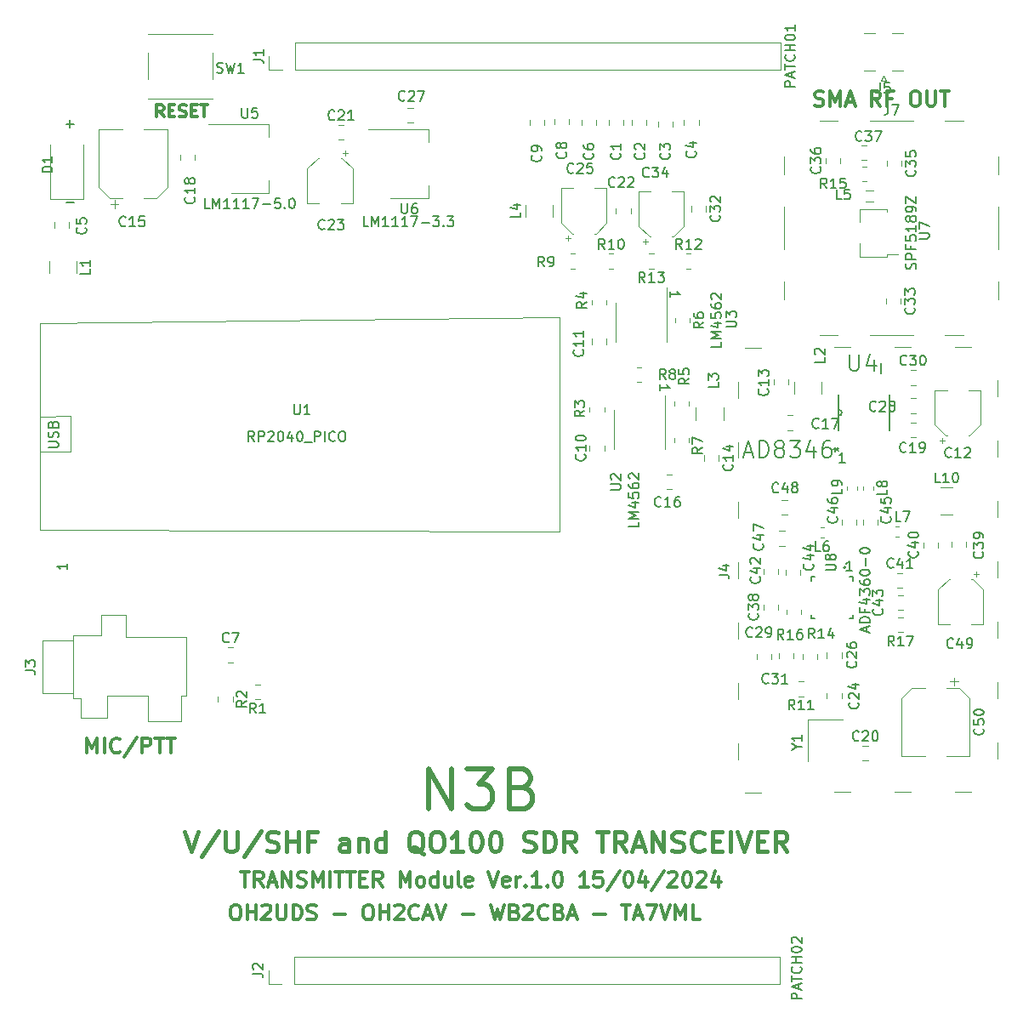
<source format=gbr>
%TF.GenerationSoftware,KiCad,Pcbnew,(5.1.12)-1*%
%TF.CreationDate,2024-04-15T13:07:49-04:00*%
%TF.ProjectId,QO100_TX,514f3130-305f-4545-982e-6b696361645f,rev?*%
%TF.SameCoordinates,Original*%
%TF.FileFunction,Legend,Top*%
%TF.FilePolarity,Positive*%
%FSLAX46Y46*%
G04 Gerber Fmt 4.6, Leading zero omitted, Abs format (unit mm)*
G04 Created by KiCad (PCBNEW (5.1.12)-1) date 2024-04-15 13:07:49*
%MOMM*%
%LPD*%
G01*
G04 APERTURE LIST*
%ADD10C,0.150000*%
%ADD11C,0.375000*%
%ADD12C,0.300000*%
%ADD13C,0.500000*%
%ADD14C,0.400000*%
%ADD15C,0.127000*%
%ADD16C,0.200000*%
%ADD17C,0.120000*%
%ADD18C,0.152400*%
G04 APERTURE END LIST*
D10*
X57652380Y-181514285D02*
X57652380Y-182085714D01*
X57652380Y-181800000D02*
X56652380Y-181800000D01*
X56795238Y-181895238D01*
X56890476Y-181990476D01*
X56938095Y-182085714D01*
X137266666Y-188266666D02*
X137266666Y-187790476D01*
X137552380Y-188361904D02*
X136552380Y-188028571D01*
X137552380Y-187695238D01*
X137552380Y-187361904D02*
X136552380Y-187361904D01*
X136552380Y-187123809D01*
X136600000Y-186980952D01*
X136695238Y-186885714D01*
X136790476Y-186838095D01*
X136980952Y-186790476D01*
X137123809Y-186790476D01*
X137314285Y-186838095D01*
X137409523Y-186885714D01*
X137504761Y-186980952D01*
X137552380Y-187123809D01*
X137552380Y-187361904D01*
X137028571Y-186028571D02*
X137028571Y-186361904D01*
X137552380Y-186361904D02*
X136552380Y-186361904D01*
X136552380Y-185885714D01*
X136885714Y-185076190D02*
X137552380Y-185076190D01*
X136504761Y-185314285D02*
X137219047Y-185552380D01*
X137219047Y-184933333D01*
X136552380Y-184647619D02*
X136552380Y-184028571D01*
X136933333Y-184361904D01*
X136933333Y-184219047D01*
X136980952Y-184123809D01*
X137028571Y-184076190D01*
X137123809Y-184028571D01*
X137361904Y-184028571D01*
X137457142Y-184076190D01*
X137504761Y-184123809D01*
X137552380Y-184219047D01*
X137552380Y-184504761D01*
X137504761Y-184600000D01*
X137457142Y-184647619D01*
X136552380Y-183171428D02*
X136552380Y-183361904D01*
X136600000Y-183457142D01*
X136647619Y-183504761D01*
X136790476Y-183600000D01*
X136980952Y-183647619D01*
X137361904Y-183647619D01*
X137457142Y-183600000D01*
X137504761Y-183552380D01*
X137552380Y-183457142D01*
X137552380Y-183266666D01*
X137504761Y-183171428D01*
X137457142Y-183123809D01*
X137361904Y-183076190D01*
X137123809Y-183076190D01*
X137028571Y-183123809D01*
X136980952Y-183171428D01*
X136933333Y-183266666D01*
X136933333Y-183457142D01*
X136980952Y-183552380D01*
X137028571Y-183600000D01*
X137123809Y-183647619D01*
X136552380Y-182457142D02*
X136552380Y-182361904D01*
X136600000Y-182266666D01*
X136647619Y-182219047D01*
X136742857Y-182171428D01*
X136933333Y-182123809D01*
X137171428Y-182123809D01*
X137361904Y-182171428D01*
X137457142Y-182219047D01*
X137504761Y-182266666D01*
X137552380Y-182361904D01*
X137552380Y-182457142D01*
X137504761Y-182552380D01*
X137457142Y-182600000D01*
X137361904Y-182647619D01*
X137171428Y-182695238D01*
X136933333Y-182695238D01*
X136742857Y-182647619D01*
X136647619Y-182600000D01*
X136600000Y-182552380D01*
X136552380Y-182457142D01*
X137171428Y-181695238D02*
X137171428Y-180933333D01*
X136552380Y-180266666D02*
X136552380Y-180171428D01*
X136600000Y-180076190D01*
X136647619Y-180028571D01*
X136742857Y-179980952D01*
X136933333Y-179933333D01*
X137171428Y-179933333D01*
X137361904Y-179980952D01*
X137457142Y-180028571D01*
X137504761Y-180076190D01*
X137552380Y-180171428D01*
X137552380Y-180266666D01*
X137504761Y-180361904D01*
X137457142Y-180409523D01*
X137361904Y-180457142D01*
X137171428Y-180504761D01*
X136933333Y-180504761D01*
X136742857Y-180457142D01*
X136647619Y-180409523D01*
X136600000Y-180361904D01*
X136552380Y-180266666D01*
X135785714Y-182252380D02*
X135214285Y-182252380D01*
X135500000Y-182252380D02*
X135500000Y-181252380D01*
X135404761Y-181395238D01*
X135309523Y-181490476D01*
X135214285Y-181538095D01*
X135085714Y-171452380D02*
X134514285Y-171452380D01*
X134800000Y-171452380D02*
X134800000Y-170452380D01*
X134704761Y-170595238D01*
X134609523Y-170690476D01*
X134514285Y-170738095D01*
X117647619Y-154985714D02*
X117647619Y-154414285D01*
X117647619Y-154700000D02*
X118647619Y-154700000D01*
X118504761Y-154604761D01*
X118409523Y-154509523D01*
X118361904Y-154414285D01*
X116647619Y-164285714D02*
X116647619Y-163714285D01*
X116647619Y-164000000D02*
X117647619Y-164000000D01*
X117504761Y-163904761D01*
X117409523Y-163809523D01*
X117361904Y-163714285D01*
D11*
X59614285Y-200378571D02*
X59614285Y-198878571D01*
X60114285Y-199950000D01*
X60614285Y-198878571D01*
X60614285Y-200378571D01*
X61328571Y-200378571D02*
X61328571Y-198878571D01*
X62900000Y-200235714D02*
X62828571Y-200307142D01*
X62614285Y-200378571D01*
X62471428Y-200378571D01*
X62257142Y-200307142D01*
X62114285Y-200164285D01*
X62042857Y-200021428D01*
X61971428Y-199735714D01*
X61971428Y-199521428D01*
X62042857Y-199235714D01*
X62114285Y-199092857D01*
X62257142Y-198950000D01*
X62471428Y-198878571D01*
X62614285Y-198878571D01*
X62828571Y-198950000D01*
X62900000Y-199021428D01*
X64614285Y-198807142D02*
X63328571Y-200735714D01*
X65114285Y-200378571D02*
X65114285Y-198878571D01*
X65685714Y-198878571D01*
X65828571Y-198950000D01*
X65900000Y-199021428D01*
X65971428Y-199164285D01*
X65971428Y-199378571D01*
X65900000Y-199521428D01*
X65828571Y-199592857D01*
X65685714Y-199664285D01*
X65114285Y-199664285D01*
X66400000Y-198878571D02*
X67257142Y-198878571D01*
X66828571Y-200378571D02*
X66828571Y-198878571D01*
X67542857Y-198878571D02*
X68400000Y-198878571D01*
X67971428Y-200378571D02*
X67971428Y-198878571D01*
D12*
X74271428Y-215478571D02*
X74557142Y-215478571D01*
X74700000Y-215550000D01*
X74842857Y-215692857D01*
X74914285Y-215978571D01*
X74914285Y-216478571D01*
X74842857Y-216764285D01*
X74700000Y-216907142D01*
X74557142Y-216978571D01*
X74271428Y-216978571D01*
X74128571Y-216907142D01*
X73985714Y-216764285D01*
X73914285Y-216478571D01*
X73914285Y-215978571D01*
X73985714Y-215692857D01*
X74128571Y-215550000D01*
X74271428Y-215478571D01*
X75557142Y-216978571D02*
X75557142Y-215478571D01*
X75557142Y-216192857D02*
X76414285Y-216192857D01*
X76414285Y-216978571D02*
X76414285Y-215478571D01*
X77057142Y-215621428D02*
X77128571Y-215550000D01*
X77271428Y-215478571D01*
X77628571Y-215478571D01*
X77771428Y-215550000D01*
X77842857Y-215621428D01*
X77914285Y-215764285D01*
X77914285Y-215907142D01*
X77842857Y-216121428D01*
X76985714Y-216978571D01*
X77914285Y-216978571D01*
X78557142Y-215478571D02*
X78557142Y-216692857D01*
X78628571Y-216835714D01*
X78700000Y-216907142D01*
X78842857Y-216978571D01*
X79128571Y-216978571D01*
X79271428Y-216907142D01*
X79342857Y-216835714D01*
X79414285Y-216692857D01*
X79414285Y-215478571D01*
X80128571Y-216978571D02*
X80128571Y-215478571D01*
X80485714Y-215478571D01*
X80700000Y-215550000D01*
X80842857Y-215692857D01*
X80914285Y-215835714D01*
X80985714Y-216121428D01*
X80985714Y-216335714D01*
X80914285Y-216621428D01*
X80842857Y-216764285D01*
X80700000Y-216907142D01*
X80485714Y-216978571D01*
X80128571Y-216978571D01*
X81557142Y-216907142D02*
X81771428Y-216978571D01*
X82128571Y-216978571D01*
X82271428Y-216907142D01*
X82342857Y-216835714D01*
X82414285Y-216692857D01*
X82414285Y-216550000D01*
X82342857Y-216407142D01*
X82271428Y-216335714D01*
X82128571Y-216264285D01*
X81842857Y-216192857D01*
X81700000Y-216121428D01*
X81628571Y-216050000D01*
X81557142Y-215907142D01*
X81557142Y-215764285D01*
X81628571Y-215621428D01*
X81700000Y-215550000D01*
X81842857Y-215478571D01*
X82200000Y-215478571D01*
X82414285Y-215550000D01*
X84200000Y-216407142D02*
X85342857Y-216407142D01*
X87485714Y-215478571D02*
X87771428Y-215478571D01*
X87914285Y-215550000D01*
X88057142Y-215692857D01*
X88128571Y-215978571D01*
X88128571Y-216478571D01*
X88057142Y-216764285D01*
X87914285Y-216907142D01*
X87771428Y-216978571D01*
X87485714Y-216978571D01*
X87342857Y-216907142D01*
X87200000Y-216764285D01*
X87128571Y-216478571D01*
X87128571Y-215978571D01*
X87200000Y-215692857D01*
X87342857Y-215550000D01*
X87485714Y-215478571D01*
X88771428Y-216978571D02*
X88771428Y-215478571D01*
X88771428Y-216192857D02*
X89628571Y-216192857D01*
X89628571Y-216978571D02*
X89628571Y-215478571D01*
X90271428Y-215621428D02*
X90342857Y-215550000D01*
X90485714Y-215478571D01*
X90842857Y-215478571D01*
X90985714Y-215550000D01*
X91057142Y-215621428D01*
X91128571Y-215764285D01*
X91128571Y-215907142D01*
X91057142Y-216121428D01*
X90200000Y-216978571D01*
X91128571Y-216978571D01*
X92628571Y-216835714D02*
X92557142Y-216907142D01*
X92342857Y-216978571D01*
X92200000Y-216978571D01*
X91985714Y-216907142D01*
X91842857Y-216764285D01*
X91771428Y-216621428D01*
X91700000Y-216335714D01*
X91700000Y-216121428D01*
X91771428Y-215835714D01*
X91842857Y-215692857D01*
X91985714Y-215550000D01*
X92200000Y-215478571D01*
X92342857Y-215478571D01*
X92557142Y-215550000D01*
X92628571Y-215621428D01*
X93200000Y-216550000D02*
X93914285Y-216550000D01*
X93057142Y-216978571D02*
X93557142Y-215478571D01*
X94057142Y-216978571D01*
X94342857Y-215478571D02*
X94842857Y-216978571D01*
X95342857Y-215478571D01*
X96985714Y-216407142D02*
X98128571Y-216407142D01*
X99842857Y-215478571D02*
X100200000Y-216978571D01*
X100485714Y-215907142D01*
X100771428Y-216978571D01*
X101128571Y-215478571D01*
X102200000Y-216192857D02*
X102414285Y-216264285D01*
X102485714Y-216335714D01*
X102557142Y-216478571D01*
X102557142Y-216692857D01*
X102485714Y-216835714D01*
X102414285Y-216907142D01*
X102271428Y-216978571D01*
X101700000Y-216978571D01*
X101700000Y-215478571D01*
X102200000Y-215478571D01*
X102342857Y-215550000D01*
X102414285Y-215621428D01*
X102485714Y-215764285D01*
X102485714Y-215907142D01*
X102414285Y-216050000D01*
X102342857Y-216121428D01*
X102200000Y-216192857D01*
X101700000Y-216192857D01*
X103128571Y-215621428D02*
X103200000Y-215550000D01*
X103342857Y-215478571D01*
X103700000Y-215478571D01*
X103842857Y-215550000D01*
X103914285Y-215621428D01*
X103985714Y-215764285D01*
X103985714Y-215907142D01*
X103914285Y-216121428D01*
X103057142Y-216978571D01*
X103985714Y-216978571D01*
X105485714Y-216835714D02*
X105414285Y-216907142D01*
X105200000Y-216978571D01*
X105057142Y-216978571D01*
X104842857Y-216907142D01*
X104700000Y-216764285D01*
X104628571Y-216621428D01*
X104557142Y-216335714D01*
X104557142Y-216121428D01*
X104628571Y-215835714D01*
X104700000Y-215692857D01*
X104842857Y-215550000D01*
X105057142Y-215478571D01*
X105200000Y-215478571D01*
X105414285Y-215550000D01*
X105485714Y-215621428D01*
X106628571Y-216192857D02*
X106842857Y-216264285D01*
X106914285Y-216335714D01*
X106985714Y-216478571D01*
X106985714Y-216692857D01*
X106914285Y-216835714D01*
X106842857Y-216907142D01*
X106700000Y-216978571D01*
X106128571Y-216978571D01*
X106128571Y-215478571D01*
X106628571Y-215478571D01*
X106771428Y-215550000D01*
X106842857Y-215621428D01*
X106914285Y-215764285D01*
X106914285Y-215907142D01*
X106842857Y-216050000D01*
X106771428Y-216121428D01*
X106628571Y-216192857D01*
X106128571Y-216192857D01*
X107557142Y-216550000D02*
X108271428Y-216550000D01*
X107414285Y-216978571D02*
X107914285Y-215478571D01*
X108414285Y-216978571D01*
X110057142Y-216407142D02*
X111200000Y-216407142D01*
X112842857Y-215478571D02*
X113700000Y-215478571D01*
X113271428Y-216978571D02*
X113271428Y-215478571D01*
X114128571Y-216550000D02*
X114842857Y-216550000D01*
X113985714Y-216978571D02*
X114485714Y-215478571D01*
X114985714Y-216978571D01*
X115342857Y-215478571D02*
X116342857Y-215478571D01*
X115700000Y-216978571D01*
X116700000Y-215478571D02*
X117200000Y-216978571D01*
X117700000Y-215478571D01*
X118200000Y-216978571D02*
X118200000Y-215478571D01*
X118700000Y-216550000D01*
X119200000Y-215478571D01*
X119200000Y-216978571D01*
X120628571Y-216978571D02*
X119914285Y-216978571D01*
X119914285Y-215478571D01*
X74942857Y-212178571D02*
X75800000Y-212178571D01*
X75371428Y-213678571D02*
X75371428Y-212178571D01*
X77157142Y-213678571D02*
X76657142Y-212964285D01*
X76300000Y-213678571D02*
X76300000Y-212178571D01*
X76871428Y-212178571D01*
X77014285Y-212250000D01*
X77085714Y-212321428D01*
X77157142Y-212464285D01*
X77157142Y-212678571D01*
X77085714Y-212821428D01*
X77014285Y-212892857D01*
X76871428Y-212964285D01*
X76300000Y-212964285D01*
X77728571Y-213250000D02*
X78442857Y-213250000D01*
X77585714Y-213678571D02*
X78085714Y-212178571D01*
X78585714Y-213678571D01*
X79085714Y-213678571D02*
X79085714Y-212178571D01*
X79942857Y-213678571D01*
X79942857Y-212178571D01*
X80585714Y-213607142D02*
X80800000Y-213678571D01*
X81157142Y-213678571D01*
X81300000Y-213607142D01*
X81371428Y-213535714D01*
X81442857Y-213392857D01*
X81442857Y-213250000D01*
X81371428Y-213107142D01*
X81300000Y-213035714D01*
X81157142Y-212964285D01*
X80871428Y-212892857D01*
X80728571Y-212821428D01*
X80657142Y-212750000D01*
X80585714Y-212607142D01*
X80585714Y-212464285D01*
X80657142Y-212321428D01*
X80728571Y-212250000D01*
X80871428Y-212178571D01*
X81228571Y-212178571D01*
X81442857Y-212250000D01*
X82085714Y-213678571D02*
X82085714Y-212178571D01*
X82585714Y-213250000D01*
X83085714Y-212178571D01*
X83085714Y-213678571D01*
X83800000Y-213678571D02*
X83800000Y-212178571D01*
X84300000Y-212178571D02*
X85157142Y-212178571D01*
X84728571Y-213678571D02*
X84728571Y-212178571D01*
X85442857Y-212178571D02*
X86300000Y-212178571D01*
X85871428Y-213678571D02*
X85871428Y-212178571D01*
X86800000Y-212892857D02*
X87300000Y-212892857D01*
X87514285Y-213678571D02*
X86800000Y-213678571D01*
X86800000Y-212178571D01*
X87514285Y-212178571D01*
X89014285Y-213678571D02*
X88514285Y-212964285D01*
X88157142Y-213678571D02*
X88157142Y-212178571D01*
X88728571Y-212178571D01*
X88871428Y-212250000D01*
X88942857Y-212321428D01*
X89014285Y-212464285D01*
X89014285Y-212678571D01*
X88942857Y-212821428D01*
X88871428Y-212892857D01*
X88728571Y-212964285D01*
X88157142Y-212964285D01*
X90800000Y-213678571D02*
X90800000Y-212178571D01*
X91300000Y-213250000D01*
X91800000Y-212178571D01*
X91800000Y-213678571D01*
X92728571Y-213678571D02*
X92585714Y-213607142D01*
X92514285Y-213535714D01*
X92442857Y-213392857D01*
X92442857Y-212964285D01*
X92514285Y-212821428D01*
X92585714Y-212750000D01*
X92728571Y-212678571D01*
X92942857Y-212678571D01*
X93085714Y-212750000D01*
X93157142Y-212821428D01*
X93228571Y-212964285D01*
X93228571Y-213392857D01*
X93157142Y-213535714D01*
X93085714Y-213607142D01*
X92942857Y-213678571D01*
X92728571Y-213678571D01*
X94514285Y-213678571D02*
X94514285Y-212178571D01*
X94514285Y-213607142D02*
X94371428Y-213678571D01*
X94085714Y-213678571D01*
X93942857Y-213607142D01*
X93871428Y-213535714D01*
X93800000Y-213392857D01*
X93800000Y-212964285D01*
X93871428Y-212821428D01*
X93942857Y-212750000D01*
X94085714Y-212678571D01*
X94371428Y-212678571D01*
X94514285Y-212750000D01*
X95871428Y-212678571D02*
X95871428Y-213678571D01*
X95228571Y-212678571D02*
X95228571Y-213464285D01*
X95300000Y-213607142D01*
X95442857Y-213678571D01*
X95657142Y-213678571D01*
X95800000Y-213607142D01*
X95871428Y-213535714D01*
X96800000Y-213678571D02*
X96657142Y-213607142D01*
X96585714Y-213464285D01*
X96585714Y-212178571D01*
X97942857Y-213607142D02*
X97800000Y-213678571D01*
X97514285Y-213678571D01*
X97371428Y-213607142D01*
X97300000Y-213464285D01*
X97300000Y-212892857D01*
X97371428Y-212750000D01*
X97514285Y-212678571D01*
X97800000Y-212678571D01*
X97942857Y-212750000D01*
X98014285Y-212892857D01*
X98014285Y-213035714D01*
X97300000Y-213178571D01*
X99585714Y-212178571D02*
X100085714Y-213678571D01*
X100585714Y-212178571D01*
X101657142Y-213607142D02*
X101514285Y-213678571D01*
X101228571Y-213678571D01*
X101085714Y-213607142D01*
X101014285Y-213464285D01*
X101014285Y-212892857D01*
X101085714Y-212750000D01*
X101228571Y-212678571D01*
X101514285Y-212678571D01*
X101657142Y-212750000D01*
X101728571Y-212892857D01*
X101728571Y-213035714D01*
X101014285Y-213178571D01*
X102371428Y-213678571D02*
X102371428Y-212678571D01*
X102371428Y-212964285D02*
X102442857Y-212821428D01*
X102514285Y-212750000D01*
X102657142Y-212678571D01*
X102800000Y-212678571D01*
X103300000Y-213535714D02*
X103371428Y-213607142D01*
X103300000Y-213678571D01*
X103228571Y-213607142D01*
X103300000Y-213535714D01*
X103300000Y-213678571D01*
X104800000Y-213678571D02*
X103942857Y-213678571D01*
X104371428Y-213678571D02*
X104371428Y-212178571D01*
X104228571Y-212392857D01*
X104085714Y-212535714D01*
X103942857Y-212607142D01*
X105442857Y-213535714D02*
X105514285Y-213607142D01*
X105442857Y-213678571D01*
X105371428Y-213607142D01*
X105442857Y-213535714D01*
X105442857Y-213678571D01*
X106442857Y-212178571D02*
X106585714Y-212178571D01*
X106728571Y-212250000D01*
X106800000Y-212321428D01*
X106871428Y-212464285D01*
X106942857Y-212750000D01*
X106942857Y-213107142D01*
X106871428Y-213392857D01*
X106800000Y-213535714D01*
X106728571Y-213607142D01*
X106585714Y-213678571D01*
X106442857Y-213678571D01*
X106300000Y-213607142D01*
X106228571Y-213535714D01*
X106157142Y-213392857D01*
X106085714Y-213107142D01*
X106085714Y-212750000D01*
X106157142Y-212464285D01*
X106228571Y-212321428D01*
X106300000Y-212250000D01*
X106442857Y-212178571D01*
X109514285Y-213678571D02*
X108657142Y-213678571D01*
X109085714Y-213678571D02*
X109085714Y-212178571D01*
X108942857Y-212392857D01*
X108800000Y-212535714D01*
X108657142Y-212607142D01*
X110871428Y-212178571D02*
X110157142Y-212178571D01*
X110085714Y-212892857D01*
X110157142Y-212821428D01*
X110300000Y-212750000D01*
X110657142Y-212750000D01*
X110800000Y-212821428D01*
X110871428Y-212892857D01*
X110942857Y-213035714D01*
X110942857Y-213392857D01*
X110871428Y-213535714D01*
X110800000Y-213607142D01*
X110657142Y-213678571D01*
X110300000Y-213678571D01*
X110157142Y-213607142D01*
X110085714Y-213535714D01*
X112657142Y-212107142D02*
X111371428Y-214035714D01*
X113442857Y-212178571D02*
X113585714Y-212178571D01*
X113728571Y-212250000D01*
X113800000Y-212321428D01*
X113871428Y-212464285D01*
X113942857Y-212750000D01*
X113942857Y-213107142D01*
X113871428Y-213392857D01*
X113800000Y-213535714D01*
X113728571Y-213607142D01*
X113585714Y-213678571D01*
X113442857Y-213678571D01*
X113300000Y-213607142D01*
X113228571Y-213535714D01*
X113157142Y-213392857D01*
X113085714Y-213107142D01*
X113085714Y-212750000D01*
X113157142Y-212464285D01*
X113228571Y-212321428D01*
X113300000Y-212250000D01*
X113442857Y-212178571D01*
X115228571Y-212678571D02*
X115228571Y-213678571D01*
X114871428Y-212107142D02*
X114514285Y-213178571D01*
X115442857Y-213178571D01*
X117085714Y-212107142D02*
X115800000Y-214035714D01*
X117514285Y-212321428D02*
X117585714Y-212250000D01*
X117728571Y-212178571D01*
X118085714Y-212178571D01*
X118228571Y-212250000D01*
X118300000Y-212321428D01*
X118371428Y-212464285D01*
X118371428Y-212607142D01*
X118300000Y-212821428D01*
X117442857Y-213678571D01*
X118371428Y-213678571D01*
X119300000Y-212178571D02*
X119442857Y-212178571D01*
X119585714Y-212250000D01*
X119657142Y-212321428D01*
X119728571Y-212464285D01*
X119800000Y-212750000D01*
X119800000Y-213107142D01*
X119728571Y-213392857D01*
X119657142Y-213535714D01*
X119585714Y-213607142D01*
X119442857Y-213678571D01*
X119300000Y-213678571D01*
X119157142Y-213607142D01*
X119085714Y-213535714D01*
X119014285Y-213392857D01*
X118942857Y-213107142D01*
X118942857Y-212750000D01*
X119014285Y-212464285D01*
X119085714Y-212321428D01*
X119157142Y-212250000D01*
X119300000Y-212178571D01*
X120371428Y-212321428D02*
X120442857Y-212250000D01*
X120585714Y-212178571D01*
X120942857Y-212178571D01*
X121085714Y-212250000D01*
X121157142Y-212321428D01*
X121228571Y-212464285D01*
X121228571Y-212607142D01*
X121157142Y-212821428D01*
X120300000Y-213678571D01*
X121228571Y-213678571D01*
X122514285Y-212678571D02*
X122514285Y-213678571D01*
X122157142Y-212107142D02*
X121800000Y-213178571D01*
X122728571Y-213178571D01*
D13*
X93652380Y-205909523D02*
X93652380Y-201909523D01*
X95938095Y-205909523D01*
X95938095Y-201909523D01*
X97461904Y-201909523D02*
X99938095Y-201909523D01*
X98604761Y-203433333D01*
X99176190Y-203433333D01*
X99557142Y-203623809D01*
X99747619Y-203814285D01*
X99938095Y-204195238D01*
X99938095Y-205147619D01*
X99747619Y-205528571D01*
X99557142Y-205719047D01*
X99176190Y-205909523D01*
X98033333Y-205909523D01*
X97652380Y-205719047D01*
X97461904Y-205528571D01*
X102985714Y-203814285D02*
X103557142Y-204004761D01*
X103747619Y-204195238D01*
X103938095Y-204576190D01*
X103938095Y-205147619D01*
X103747619Y-205528571D01*
X103557142Y-205719047D01*
X103176190Y-205909523D01*
X101652380Y-205909523D01*
X101652380Y-201909523D01*
X102985714Y-201909523D01*
X103366666Y-202100000D01*
X103557142Y-202290476D01*
X103747619Y-202671428D01*
X103747619Y-203052380D01*
X103557142Y-203433333D01*
X103366666Y-203623809D01*
X102985714Y-203814285D01*
X101652380Y-203814285D01*
D14*
X69304761Y-208204761D02*
X69971428Y-210204761D01*
X70638095Y-208204761D01*
X72733333Y-208109523D02*
X71019047Y-210680952D01*
X73400000Y-208204761D02*
X73400000Y-209823809D01*
X73495238Y-210014285D01*
X73590476Y-210109523D01*
X73780952Y-210204761D01*
X74161904Y-210204761D01*
X74352380Y-210109523D01*
X74447619Y-210014285D01*
X74542857Y-209823809D01*
X74542857Y-208204761D01*
X76923809Y-208109523D02*
X75209523Y-210680952D01*
X77495238Y-210109523D02*
X77780952Y-210204761D01*
X78257142Y-210204761D01*
X78447619Y-210109523D01*
X78542857Y-210014285D01*
X78638095Y-209823809D01*
X78638095Y-209633333D01*
X78542857Y-209442857D01*
X78447619Y-209347619D01*
X78257142Y-209252380D01*
X77876190Y-209157142D01*
X77685714Y-209061904D01*
X77590476Y-208966666D01*
X77495238Y-208776190D01*
X77495238Y-208585714D01*
X77590476Y-208395238D01*
X77685714Y-208300000D01*
X77876190Y-208204761D01*
X78352380Y-208204761D01*
X78638095Y-208300000D01*
X79495238Y-210204761D02*
X79495238Y-208204761D01*
X79495238Y-209157142D02*
X80638095Y-209157142D01*
X80638095Y-210204761D02*
X80638095Y-208204761D01*
X82257142Y-209157142D02*
X81590476Y-209157142D01*
X81590476Y-210204761D02*
X81590476Y-208204761D01*
X82542857Y-208204761D01*
X85685714Y-210204761D02*
X85685714Y-209157142D01*
X85590476Y-208966666D01*
X85400000Y-208871428D01*
X85019047Y-208871428D01*
X84828571Y-208966666D01*
X85685714Y-210109523D02*
X85495238Y-210204761D01*
X85019047Y-210204761D01*
X84828571Y-210109523D01*
X84733333Y-209919047D01*
X84733333Y-209728571D01*
X84828571Y-209538095D01*
X85019047Y-209442857D01*
X85495238Y-209442857D01*
X85685714Y-209347619D01*
X86638095Y-208871428D02*
X86638095Y-210204761D01*
X86638095Y-209061904D02*
X86733333Y-208966666D01*
X86923809Y-208871428D01*
X87209523Y-208871428D01*
X87400000Y-208966666D01*
X87495238Y-209157142D01*
X87495238Y-210204761D01*
X89304761Y-210204761D02*
X89304761Y-208204761D01*
X89304761Y-210109523D02*
X89114285Y-210204761D01*
X88733333Y-210204761D01*
X88542857Y-210109523D01*
X88447619Y-210014285D01*
X88352380Y-209823809D01*
X88352380Y-209252380D01*
X88447619Y-209061904D01*
X88542857Y-208966666D01*
X88733333Y-208871428D01*
X89114285Y-208871428D01*
X89304761Y-208966666D01*
X93114285Y-210395238D02*
X92923809Y-210300000D01*
X92733333Y-210109523D01*
X92447619Y-209823809D01*
X92257142Y-209728571D01*
X92066666Y-209728571D01*
X92161904Y-210204761D02*
X91971428Y-210109523D01*
X91780952Y-209919047D01*
X91685714Y-209538095D01*
X91685714Y-208871428D01*
X91780952Y-208490476D01*
X91971428Y-208300000D01*
X92161904Y-208204761D01*
X92542857Y-208204761D01*
X92733333Y-208300000D01*
X92923809Y-208490476D01*
X93019047Y-208871428D01*
X93019047Y-209538095D01*
X92923809Y-209919047D01*
X92733333Y-210109523D01*
X92542857Y-210204761D01*
X92161904Y-210204761D01*
X94257142Y-208204761D02*
X94638095Y-208204761D01*
X94828571Y-208300000D01*
X95019047Y-208490476D01*
X95114285Y-208871428D01*
X95114285Y-209538095D01*
X95019047Y-209919047D01*
X94828571Y-210109523D01*
X94638095Y-210204761D01*
X94257142Y-210204761D01*
X94066666Y-210109523D01*
X93876190Y-209919047D01*
X93780952Y-209538095D01*
X93780952Y-208871428D01*
X93876190Y-208490476D01*
X94066666Y-208300000D01*
X94257142Y-208204761D01*
X97019047Y-210204761D02*
X95876190Y-210204761D01*
X96447619Y-210204761D02*
X96447619Y-208204761D01*
X96257142Y-208490476D01*
X96066666Y-208680952D01*
X95876190Y-208776190D01*
X98257142Y-208204761D02*
X98447619Y-208204761D01*
X98638095Y-208300000D01*
X98733333Y-208395238D01*
X98828571Y-208585714D01*
X98923809Y-208966666D01*
X98923809Y-209442857D01*
X98828571Y-209823809D01*
X98733333Y-210014285D01*
X98638095Y-210109523D01*
X98447619Y-210204761D01*
X98257142Y-210204761D01*
X98066666Y-210109523D01*
X97971428Y-210014285D01*
X97876190Y-209823809D01*
X97780952Y-209442857D01*
X97780952Y-208966666D01*
X97876190Y-208585714D01*
X97971428Y-208395238D01*
X98066666Y-208300000D01*
X98257142Y-208204761D01*
X100161904Y-208204761D02*
X100352380Y-208204761D01*
X100542857Y-208300000D01*
X100638095Y-208395238D01*
X100733333Y-208585714D01*
X100828571Y-208966666D01*
X100828571Y-209442857D01*
X100733333Y-209823809D01*
X100638095Y-210014285D01*
X100542857Y-210109523D01*
X100352380Y-210204761D01*
X100161904Y-210204761D01*
X99971428Y-210109523D01*
X99876190Y-210014285D01*
X99780952Y-209823809D01*
X99685714Y-209442857D01*
X99685714Y-208966666D01*
X99780952Y-208585714D01*
X99876190Y-208395238D01*
X99971428Y-208300000D01*
X100161904Y-208204761D01*
X103114285Y-210109523D02*
X103399999Y-210204761D01*
X103876190Y-210204761D01*
X104066666Y-210109523D01*
X104161904Y-210014285D01*
X104257142Y-209823809D01*
X104257142Y-209633333D01*
X104161904Y-209442857D01*
X104066666Y-209347619D01*
X103876190Y-209252380D01*
X103495238Y-209157142D01*
X103304761Y-209061904D01*
X103209523Y-208966666D01*
X103114285Y-208776190D01*
X103114285Y-208585714D01*
X103209523Y-208395238D01*
X103304761Y-208300000D01*
X103495238Y-208204761D01*
X103971428Y-208204761D01*
X104257142Y-208300000D01*
X105114285Y-210204761D02*
X105114285Y-208204761D01*
X105590476Y-208204761D01*
X105876190Y-208300000D01*
X106066666Y-208490476D01*
X106161904Y-208680952D01*
X106257142Y-209061904D01*
X106257142Y-209347619D01*
X106161904Y-209728571D01*
X106066666Y-209919047D01*
X105876190Y-210109523D01*
X105590476Y-210204761D01*
X105114285Y-210204761D01*
X108257142Y-210204761D02*
X107590476Y-209252380D01*
X107114285Y-210204761D02*
X107114285Y-208204761D01*
X107876190Y-208204761D01*
X108066666Y-208300000D01*
X108161904Y-208395238D01*
X108257142Y-208585714D01*
X108257142Y-208871428D01*
X108161904Y-209061904D01*
X108066666Y-209157142D01*
X107876190Y-209252380D01*
X107114285Y-209252380D01*
X110352380Y-208204761D02*
X111495238Y-208204761D01*
X110923809Y-210204761D02*
X110923809Y-208204761D01*
X113304761Y-210204761D02*
X112638095Y-209252380D01*
X112161904Y-210204761D02*
X112161904Y-208204761D01*
X112923809Y-208204761D01*
X113114285Y-208300000D01*
X113209523Y-208395238D01*
X113304761Y-208585714D01*
X113304761Y-208871428D01*
X113209523Y-209061904D01*
X113114285Y-209157142D01*
X112923809Y-209252380D01*
X112161904Y-209252380D01*
X114066666Y-209633333D02*
X115019047Y-209633333D01*
X113876190Y-210204761D02*
X114542857Y-208204761D01*
X115209523Y-210204761D01*
X115876190Y-210204761D02*
X115876190Y-208204761D01*
X117019047Y-210204761D01*
X117019047Y-208204761D01*
X117876190Y-210109523D02*
X118161904Y-210204761D01*
X118638095Y-210204761D01*
X118828571Y-210109523D01*
X118923809Y-210014285D01*
X119019047Y-209823809D01*
X119019047Y-209633333D01*
X118923809Y-209442857D01*
X118828571Y-209347619D01*
X118638095Y-209252380D01*
X118257142Y-209157142D01*
X118066666Y-209061904D01*
X117971428Y-208966666D01*
X117876190Y-208776190D01*
X117876190Y-208585714D01*
X117971428Y-208395238D01*
X118066666Y-208300000D01*
X118257142Y-208204761D01*
X118733333Y-208204761D01*
X119019047Y-208300000D01*
X121019047Y-210014285D02*
X120923809Y-210109523D01*
X120638095Y-210204761D01*
X120447619Y-210204761D01*
X120161904Y-210109523D01*
X119971428Y-209919047D01*
X119876190Y-209728571D01*
X119780952Y-209347619D01*
X119780952Y-209061904D01*
X119876190Y-208680952D01*
X119971428Y-208490476D01*
X120161904Y-208300000D01*
X120447619Y-208204761D01*
X120638095Y-208204761D01*
X120923809Y-208300000D01*
X121019047Y-208395238D01*
X121876190Y-209157142D02*
X122542857Y-209157142D01*
X122828571Y-210204761D02*
X121876190Y-210204761D01*
X121876190Y-208204761D01*
X122828571Y-208204761D01*
X123685714Y-210204761D02*
X123685714Y-208204761D01*
X124352380Y-208204761D02*
X125019047Y-210204761D01*
X125685714Y-208204761D01*
X126352380Y-209157142D02*
X127019047Y-209157142D01*
X127304761Y-210204761D02*
X126352380Y-210204761D01*
X126352380Y-208204761D01*
X127304761Y-208204761D01*
X129304761Y-210204761D02*
X128638095Y-209252380D01*
X128161904Y-210204761D02*
X128161904Y-208204761D01*
X128923809Y-208204761D01*
X129114285Y-208300000D01*
X129209523Y-208395238D01*
X129304761Y-208585714D01*
X129304761Y-208871428D01*
X129209523Y-209061904D01*
X129114285Y-209157142D01*
X128923809Y-209252380D01*
X128161904Y-209252380D01*
D10*
X57519047Y-137771428D02*
X58280952Y-137771428D01*
X57900000Y-138152380D02*
X57900000Y-137390476D01*
X57519047Y-145571428D02*
X58280952Y-145571428D01*
D15*
%TO.C,U8*%
X135850000Y-182850000D02*
X135500000Y-182850000D01*
X131750000Y-182850000D02*
X132100000Y-182850000D01*
X135850000Y-186950000D02*
X135500000Y-186950000D01*
X131750000Y-186950000D02*
X132100000Y-186950000D01*
X135850000Y-182850000D02*
X135850000Y-183200000D01*
X131750000Y-182850000D02*
X131750000Y-183200000D01*
X135850000Y-186950000D02*
X135850000Y-186600000D01*
X131750000Y-186950000D02*
X131750000Y-186600000D01*
D16*
X135150000Y-181905000D02*
G75*
G03*
X135150000Y-181905000I-100000J0D01*
G01*
D17*
%TO.C,C12*%
X144490000Y-169250000D02*
X144990000Y-169250000D01*
X144740000Y-169500000D02*
X144740000Y-169000000D01*
X147495563Y-168760000D02*
X148560000Y-167695563D01*
X145104437Y-168760000D02*
X144040000Y-167695563D01*
X145104437Y-168760000D02*
X145240000Y-168760000D01*
X147495563Y-168760000D02*
X147360000Y-168760000D01*
X148560000Y-167695563D02*
X148560000Y-164240000D01*
X144040000Y-167695563D02*
X144040000Y-164240000D01*
X144040000Y-164240000D02*
X145240000Y-164240000D01*
X148560000Y-164240000D02*
X147360000Y-164240000D01*
%TO.C,J4*%
X124450000Y-201000000D02*
X124450000Y-199400000D01*
X150250000Y-200900000D02*
X150250000Y-199300000D01*
X124450000Y-195000000D02*
X124450000Y-193400000D01*
X150250000Y-194900000D02*
X150250000Y-193300000D01*
X124450000Y-189000000D02*
X124450000Y-187400000D01*
X150250000Y-188900000D02*
X150250000Y-187300000D01*
X124450000Y-183000000D02*
X124450000Y-181400000D01*
X150250000Y-182900000D02*
X150250000Y-181300000D01*
X124450000Y-177000000D02*
X124450000Y-175400000D01*
X150250000Y-176900000D02*
X150250000Y-175300000D01*
X124450000Y-171000000D02*
X124450000Y-169400000D01*
X150250000Y-170900000D02*
X150250000Y-169300000D01*
X124450000Y-165000000D02*
X124450000Y-163400000D01*
X150250000Y-164900000D02*
X150250000Y-163300000D01*
X125150000Y-204350000D02*
X126750000Y-204350000D01*
X125150000Y-160050000D02*
X126750000Y-160050000D01*
X134050000Y-204250000D02*
X135650000Y-204250000D01*
X134050000Y-159950000D02*
X135650000Y-159950000D01*
X140050000Y-204250000D02*
X141650000Y-204250000D01*
X140050000Y-159950000D02*
X141650000Y-159950000D01*
X146050000Y-204250000D02*
X147650000Y-204250000D01*
X146050000Y-159950000D02*
X147650000Y-159950000D01*
%TO.C,D1*%
X55950000Y-145200000D02*
X55950000Y-139800000D01*
X59250000Y-145200000D02*
X59250000Y-139800000D01*
X55950000Y-145200000D02*
X59250000Y-145200000D01*
%TO.C,Y1*%
X131350000Y-197000000D02*
X131350000Y-201200000D01*
X134850000Y-197000000D02*
X131350000Y-197000000D01*
%TO.C,U7*%
X139260000Y-146240000D02*
X139260000Y-146470000D01*
X139260000Y-150960000D02*
X139260000Y-150730000D01*
X139260000Y-150960000D02*
X136540000Y-150960000D01*
X136540000Y-150960000D02*
X136540000Y-149650000D01*
X140400000Y-150730000D02*
X139260000Y-150730000D01*
X136540000Y-146240000D02*
X139260000Y-146240000D01*
X136540000Y-147550000D02*
X136540000Y-146240000D01*
%TO.C,U6*%
X87600000Y-138290000D02*
X93610000Y-138290000D01*
X89850000Y-145110000D02*
X93610000Y-145110000D01*
X93610000Y-138290000D02*
X93610000Y-139550000D01*
X93610000Y-145110000D02*
X93610000Y-143850000D01*
%TO.C,U5*%
X71700000Y-137790000D02*
X77710000Y-137790000D01*
X73950000Y-144610000D02*
X77710000Y-144610000D01*
X77710000Y-137790000D02*
X77710000Y-139050000D01*
X77710000Y-144610000D02*
X77710000Y-143350000D01*
D18*
%TO.C,U4*%
X134460000Y-166804800D02*
X134460000Y-168278000D01*
X134460000Y-166195200D02*
X134460000Y-166804800D01*
X134460000Y-164722000D02*
X134460000Y-166195200D01*
X139540000Y-168278000D02*
X139540000Y-164722000D01*
X138676400Y-162613800D02*
X138676400Y-161597800D01*
X134460000Y-166195200D02*
G75*
G02*
X134460000Y-166804800I0J-304800D01*
G01*
D17*
%TO.C,U3*%
X117360000Y-157500000D02*
X117360000Y-154050000D01*
X117360000Y-157500000D02*
X117360000Y-159450000D01*
X112240000Y-157500000D02*
X112240000Y-155550000D01*
X112240000Y-157500000D02*
X112240000Y-159450000D01*
%TO.C,U2*%
X117160000Y-168200000D02*
X117160000Y-164750000D01*
X117160000Y-168200000D02*
X117160000Y-170150000D01*
X112040000Y-168200000D02*
X112040000Y-166250000D01*
X112040000Y-168200000D02*
X112040000Y-170150000D01*
%TO.C,U1*%
X54900000Y-178200000D02*
X54900000Y-157600000D01*
X54900000Y-157600000D02*
X106700000Y-157000000D01*
X106700000Y-157000000D02*
X106700000Y-178300000D01*
X106700000Y-178300000D02*
X54900000Y-178200000D01*
X54900000Y-170400000D02*
X58000000Y-170400000D01*
X58000000Y-170400000D02*
X58000000Y-166800000D01*
X58000000Y-166800000D02*
X54900000Y-166900000D01*
X54900000Y-166900000D02*
X55000000Y-166900000D01*
%TO.C,SW1*%
X72130000Y-128770000D02*
X72130000Y-128800000D01*
X72130000Y-135230000D02*
X72130000Y-135200000D01*
X65670000Y-135230000D02*
X65670000Y-135200000D01*
X65670000Y-128800000D02*
X65670000Y-128770000D01*
X72130000Y-130700000D02*
X72130000Y-133300000D01*
X65670000Y-128770000D02*
X72130000Y-128770000D01*
X65670000Y-130700000D02*
X65670000Y-133300000D01*
X65670000Y-135230000D02*
X72130000Y-135230000D01*
%TO.C,R17*%
X140827064Y-186865000D02*
X140372936Y-186865000D01*
X140827064Y-188335000D02*
X140372936Y-188335000D01*
%TO.C,R16*%
X130735000Y-186539564D02*
X130735000Y-186085436D01*
X129265000Y-186539564D02*
X129265000Y-186085436D01*
%TO.C,R15*%
X137227064Y-141965000D02*
X136772936Y-141965000D01*
X137227064Y-143435000D02*
X136772936Y-143435000D01*
%TO.C,R14*%
X128465000Y-190472936D02*
X128465000Y-190927064D01*
X129935000Y-190472936D02*
X129935000Y-190927064D01*
%TO.C,R13*%
X116027064Y-150665000D02*
X115572936Y-150665000D01*
X116027064Y-152135000D02*
X115572936Y-152135000D01*
%TO.C,R12*%
X119272936Y-152135000D02*
X119727064Y-152135000D01*
X119272936Y-150665000D02*
X119727064Y-150665000D01*
%TO.C,R11*%
X130927064Y-193265000D02*
X130472936Y-193265000D01*
X130927064Y-194735000D02*
X130472936Y-194735000D01*
%TO.C,R10*%
X111572936Y-152135000D02*
X112027064Y-152135000D01*
X111572936Y-150665000D02*
X112027064Y-150665000D01*
%TO.C,R9*%
X107760436Y-152135000D02*
X108214564Y-152135000D01*
X107760436Y-150665000D02*
X108214564Y-150665000D01*
%TO.C,R8*%
X114372936Y-163435000D02*
X114827064Y-163435000D01*
X114372936Y-161965000D02*
X114827064Y-161965000D01*
%TO.C,R7*%
X118065000Y-168972936D02*
X118065000Y-169427064D01*
X119535000Y-168972936D02*
X119535000Y-169427064D01*
%TO.C,R6*%
X118165000Y-157072936D02*
X118165000Y-157527064D01*
X119635000Y-157072936D02*
X119635000Y-157527064D01*
%TO.C,R5*%
X118065000Y-165372936D02*
X118065000Y-165827064D01*
X119535000Y-165372936D02*
X119535000Y-165827064D01*
%TO.C,R4*%
X109865000Y-155272936D02*
X109865000Y-155727064D01*
X111335000Y-155272936D02*
X111335000Y-155727064D01*
%TO.C,R3*%
X109665000Y-165972936D02*
X109665000Y-166427064D01*
X111135000Y-165972936D02*
X111135000Y-166427064D01*
%TO.C,R2*%
X72665000Y-194772936D02*
X72665000Y-195227064D01*
X74135000Y-194772936D02*
X74135000Y-195227064D01*
%TO.C,R1*%
X76827064Y-193565000D02*
X76372936Y-193565000D01*
X76827064Y-195035000D02*
X76372936Y-195035000D01*
%TO.C,L10*%
X145802064Y-173940000D02*
X144597936Y-173940000D01*
X145802064Y-176660000D02*
X144597936Y-176660000D01*
%TO.C,L9*%
X135290000Y-173837221D02*
X135290000Y-174162779D01*
X136310000Y-173837221D02*
X136310000Y-174162779D01*
%TO.C,L8*%
X136890000Y-173837221D02*
X136890000Y-174162779D01*
X137910000Y-173837221D02*
X137910000Y-174162779D01*
%TO.C,L7*%
X140137221Y-178810000D02*
X140462779Y-178810000D01*
X140137221Y-177790000D02*
X140462779Y-177790000D01*
%TO.C,L6*%
X132962779Y-177890000D02*
X132637221Y-177890000D01*
X132962779Y-178910000D02*
X132637221Y-178910000D01*
%TO.C,L5*%
X137100378Y-145460000D02*
X137899622Y-145460000D01*
X137100378Y-144340000D02*
X137899622Y-144340000D01*
%TO.C,L4*%
X105960000Y-147002064D02*
X105960000Y-145797936D01*
X103240000Y-147002064D02*
X103240000Y-145797936D01*
%TO.C,L3*%
X122960000Y-167202064D02*
X122960000Y-165997936D01*
X120240000Y-167202064D02*
X120240000Y-165997936D01*
%TO.C,L2*%
X130040000Y-163397936D02*
X130040000Y-164602064D01*
X132760000Y-163397936D02*
X132760000Y-164602064D01*
%TO.C,L1*%
X55840000Y-151397936D02*
X55840000Y-152602064D01*
X58560000Y-151397936D02*
X58560000Y-152602064D01*
%TO.C,J7*%
X150350000Y-153450000D02*
X150350000Y-155250000D01*
X129050000Y-153450000D02*
X129050000Y-155250000D01*
X150350000Y-145950000D02*
X150350000Y-150250000D01*
X129050000Y-145950000D02*
X129050000Y-150250000D01*
X150350000Y-140950000D02*
X150350000Y-142750000D01*
X129050000Y-140950000D02*
X129050000Y-142750000D01*
X145050000Y-158750000D02*
X146850000Y-158750000D01*
X145050000Y-137450000D02*
X146850000Y-137450000D01*
X137550000Y-158750000D02*
X141850000Y-158750000D01*
X137550000Y-137450000D02*
X141850000Y-137450000D01*
X132550000Y-158750000D02*
X134350000Y-158750000D01*
X132550000Y-137450000D02*
X134350000Y-137450000D01*
%TO.C,J5*%
X138060000Y-132410000D02*
X136950000Y-132410000D01*
X140850000Y-132410000D02*
X139740000Y-132410000D01*
X138060000Y-128700000D02*
X136950000Y-128700000D01*
X140850000Y-128700000D02*
X139740000Y-128700000D01*
X138900000Y-132960000D02*
X138650000Y-133460000D01*
X138650000Y-133460000D02*
X139150000Y-133460000D01*
X139150000Y-133460000D02*
X138900000Y-132960000D01*
%TO.C,J3*%
X65900000Y-197200000D02*
X69000000Y-197200000D01*
X61600000Y-196900000D02*
X59000000Y-196900000D01*
X63500000Y-188800000D02*
X63700000Y-188800000D01*
X63500000Y-186600000D02*
X63500000Y-188800000D01*
X61000000Y-186600000D02*
X63500000Y-186600000D01*
X61000000Y-188700000D02*
X61000000Y-186600000D01*
X55200000Y-194400000D02*
X58200000Y-194400000D01*
X55200000Y-189200000D02*
X58200000Y-189200000D01*
X61000000Y-188700000D02*
X58200000Y-188700000D01*
X59000000Y-194900000D02*
X58200000Y-194900000D01*
X58200000Y-194900000D02*
X58200000Y-188700000D01*
X61600000Y-194900000D02*
X61600000Y-196900000D01*
X59000000Y-194900000D02*
X59000000Y-196900000D01*
X55200000Y-194400000D02*
X55200000Y-189200000D01*
X58200000Y-194400000D02*
X58200000Y-189500000D01*
X69500000Y-188800000D02*
X63600000Y-188800000D01*
X69500000Y-188800000D02*
X69500000Y-194700000D01*
X69500000Y-194700000D02*
X69000000Y-194700000D01*
X69000000Y-194700000D02*
X69000000Y-197200000D01*
X65900000Y-197200000D02*
X65700000Y-197200000D01*
X65700000Y-197200000D02*
X65700000Y-194700000D01*
X65700000Y-194700000D02*
X61600000Y-194700000D01*
X61600000Y-194700000D02*
X61600000Y-195000000D01*
%TO.C,C50*%
X146341250Y-193256250D02*
X145553750Y-193256250D01*
X145947500Y-192862500D02*
X145947500Y-193650000D01*
X141754437Y-193890000D02*
X140690000Y-194954437D01*
X146445563Y-193890000D02*
X147510000Y-194954437D01*
X146445563Y-193890000D02*
X145160000Y-193890000D01*
X141754437Y-193890000D02*
X143040000Y-193890000D01*
X140690000Y-194954437D02*
X140690000Y-200710000D01*
X147510000Y-194954437D02*
X147510000Y-200710000D01*
X147510000Y-200710000D02*
X145160000Y-200710000D01*
X140690000Y-200710000D02*
X143040000Y-200710000D01*
%TO.C,C49*%
X148410000Y-182550000D02*
X147910000Y-182550000D01*
X148160000Y-182300000D02*
X148160000Y-182800000D01*
X145404437Y-183040000D02*
X144340000Y-184104437D01*
X147795563Y-183040000D02*
X148860000Y-184104437D01*
X147795563Y-183040000D02*
X147660000Y-183040000D01*
X145404437Y-183040000D02*
X145540000Y-183040000D01*
X144340000Y-184104437D02*
X144340000Y-187560000D01*
X148860000Y-184104437D02*
X148860000Y-187560000D01*
X148860000Y-187560000D02*
X147660000Y-187560000D01*
X144340000Y-187560000D02*
X145540000Y-187560000D01*
%TO.C,C48*%
X129311252Y-175165000D02*
X128788748Y-175165000D01*
X129311252Y-176635000D02*
X128788748Y-176635000D01*
%TO.C,C47*%
X129061252Y-178265000D02*
X128538748Y-178265000D01*
X129061252Y-179735000D02*
X128538748Y-179735000D01*
%TO.C,C46*%
X136235000Y-177661252D02*
X136235000Y-177138748D01*
X134765000Y-177661252D02*
X134765000Y-177138748D01*
%TO.C,C45*%
X138335000Y-177661252D02*
X138335000Y-177138748D01*
X136865000Y-177661252D02*
X136865000Y-177138748D01*
%TO.C,C44*%
X129165000Y-182138748D02*
X129165000Y-182661252D01*
X130635000Y-182138748D02*
X130635000Y-182661252D01*
%TO.C,C43*%
X140338748Y-186135000D02*
X140861252Y-186135000D01*
X140338748Y-184665000D02*
X140861252Y-184665000D01*
%TO.C,C42*%
X126965000Y-182038748D02*
X126965000Y-182561252D01*
X128435000Y-182038748D02*
X128435000Y-182561252D01*
%TO.C,C41*%
X140288748Y-183935000D02*
X140811252Y-183935000D01*
X140288748Y-182465000D02*
X140811252Y-182465000D01*
%TO.C,C40*%
X144335000Y-179911252D02*
X144335000Y-179388748D01*
X142865000Y-179911252D02*
X142865000Y-179388748D01*
%TO.C,C39*%
X147135000Y-179861252D02*
X147135000Y-179338748D01*
X145665000Y-179861252D02*
X145665000Y-179338748D01*
%TO.C,C38*%
X128435000Y-186111252D02*
X128435000Y-185588748D01*
X126965000Y-186111252D02*
X126965000Y-185588748D01*
%TO.C,C37*%
X137261252Y-139865000D02*
X136738748Y-139865000D01*
X137261252Y-141335000D02*
X136738748Y-141335000D01*
%TO.C,C36*%
X134635000Y-141661252D02*
X134635000Y-141138748D01*
X133165000Y-141661252D02*
X133165000Y-141138748D01*
%TO.C,C35*%
X139265000Y-141438748D02*
X139265000Y-141961252D01*
X140735000Y-141438748D02*
X140735000Y-141961252D01*
%TO.C,C34*%
X114990000Y-149450000D02*
X115490000Y-149450000D01*
X115240000Y-149700000D02*
X115240000Y-149200000D01*
X117995563Y-148960000D02*
X119060000Y-147895563D01*
X115604437Y-148960000D02*
X114540000Y-147895563D01*
X115604437Y-148960000D02*
X115740000Y-148960000D01*
X117995563Y-148960000D02*
X117860000Y-148960000D01*
X119060000Y-147895563D02*
X119060000Y-144440000D01*
X114540000Y-147895563D02*
X114540000Y-144440000D01*
X114540000Y-144440000D02*
X115740000Y-144440000D01*
X119060000Y-144440000D02*
X117860000Y-144440000D01*
%TO.C,C33*%
X139165000Y-155138748D02*
X139165000Y-155661252D01*
X140635000Y-155138748D02*
X140635000Y-155661252D01*
%TO.C,C32*%
X121235000Y-146461252D02*
X121235000Y-145938748D01*
X119765000Y-146461252D02*
X119765000Y-145938748D01*
%TO.C,C31*%
X132335000Y-191061252D02*
X132335000Y-190538748D01*
X130865000Y-191061252D02*
X130865000Y-190538748D01*
%TO.C,C30*%
X141588748Y-163735000D02*
X142111252Y-163735000D01*
X141588748Y-162265000D02*
X142111252Y-162265000D01*
%TO.C,C29*%
X126265000Y-190488748D02*
X126265000Y-191011252D01*
X127735000Y-190488748D02*
X127735000Y-191011252D01*
%TO.C,C28*%
X141588748Y-166535000D02*
X142111252Y-166535000D01*
X141588748Y-165065000D02*
X142111252Y-165065000D01*
%TO.C,C27*%
X92061252Y-136165000D02*
X91538748Y-136165000D01*
X92061252Y-137635000D02*
X91538748Y-137635000D01*
%TO.C,C26*%
X134735000Y-190911252D02*
X134735000Y-190388748D01*
X133265000Y-190911252D02*
X133265000Y-190388748D01*
%TO.C,C25*%
X107290000Y-149150000D02*
X107790000Y-149150000D01*
X107540000Y-149400000D02*
X107540000Y-148900000D01*
X110295563Y-148660000D02*
X111360000Y-147595563D01*
X107904437Y-148660000D02*
X106840000Y-147595563D01*
X107904437Y-148660000D02*
X108040000Y-148660000D01*
X110295563Y-148660000D02*
X110160000Y-148660000D01*
X111360000Y-147595563D02*
X111360000Y-144140000D01*
X106840000Y-147595563D02*
X106840000Y-144140000D01*
X106840000Y-144140000D02*
X108040000Y-144140000D01*
X111360000Y-144140000D02*
X110160000Y-144140000D01*
%TO.C,C24*%
X134735000Y-194961252D02*
X134735000Y-194438748D01*
X133265000Y-194961252D02*
X133265000Y-194438748D01*
%TO.C,C23*%
X85610000Y-140650000D02*
X85110000Y-140650000D01*
X85360000Y-140400000D02*
X85360000Y-140900000D01*
X82604437Y-141140000D02*
X81540000Y-142204437D01*
X84995563Y-141140000D02*
X86060000Y-142204437D01*
X84995563Y-141140000D02*
X84860000Y-141140000D01*
X82604437Y-141140000D02*
X82740000Y-141140000D01*
X81540000Y-142204437D02*
X81540000Y-145660000D01*
X86060000Y-142204437D02*
X86060000Y-145660000D01*
X86060000Y-145660000D02*
X84860000Y-145660000D01*
X81540000Y-145660000D02*
X82740000Y-145660000D01*
%TO.C,C22*%
X113735000Y-146661252D02*
X113735000Y-146138748D01*
X112265000Y-146661252D02*
X112265000Y-146138748D01*
%TO.C,C21*%
X84638748Y-139335000D02*
X85161252Y-139335000D01*
X84638748Y-137865000D02*
X85161252Y-137865000D01*
%TO.C,C20*%
X136838748Y-201135000D02*
X137361252Y-201135000D01*
X136838748Y-199665000D02*
X137361252Y-199665000D01*
%TO.C,C19*%
X141638748Y-168935000D02*
X142161252Y-168935000D01*
X141638748Y-167465000D02*
X142161252Y-167465000D01*
%TO.C,C18*%
X70335000Y-141311252D02*
X70335000Y-140788748D01*
X68865000Y-141311252D02*
X68865000Y-140788748D01*
%TO.C,C17*%
X129861252Y-166765000D02*
X129338748Y-166765000D01*
X129861252Y-168235000D02*
X129338748Y-168235000D01*
%TO.C,C16*%
X117288748Y-174135000D02*
X117811252Y-174135000D01*
X117288748Y-172665000D02*
X117811252Y-172665000D01*
%TO.C,C15*%
X61958750Y-145743750D02*
X62746250Y-145743750D01*
X62352500Y-146137500D02*
X62352500Y-145350000D01*
X66545563Y-145110000D02*
X67610000Y-144045563D01*
X61854437Y-145110000D02*
X60790000Y-144045563D01*
X61854437Y-145110000D02*
X63140000Y-145110000D01*
X66545563Y-145110000D02*
X65260000Y-145110000D01*
X67610000Y-144045563D02*
X67610000Y-138290000D01*
X60790000Y-144045563D02*
X60790000Y-138290000D01*
X60790000Y-138290000D02*
X63140000Y-138290000D01*
X67610000Y-138290000D02*
X65260000Y-138290000D01*
%TO.C,C14*%
X121065000Y-170738748D02*
X121065000Y-171261252D01*
X122535000Y-170738748D02*
X122535000Y-171261252D01*
%TO.C,C13*%
X127965000Y-163138748D02*
X127965000Y-163661252D01*
X129435000Y-163138748D02*
X129435000Y-163661252D01*
%TO.C,C11*%
X109865000Y-159138748D02*
X109865000Y-159661252D01*
X111335000Y-159138748D02*
X111335000Y-159661252D01*
%TO.C,C10*%
X109665000Y-169738748D02*
X109665000Y-170261252D01*
X111135000Y-169738748D02*
X111135000Y-170261252D01*
%TO.C,C9*%
X103665000Y-137338748D02*
X103665000Y-137861252D01*
X105135000Y-137338748D02*
X105135000Y-137861252D01*
%TO.C,C8*%
X106165000Y-137238748D02*
X106165000Y-137761252D01*
X107635000Y-137238748D02*
X107635000Y-137761252D01*
%TO.C,C7*%
X73638748Y-191335000D02*
X74161252Y-191335000D01*
X73638748Y-189865000D02*
X74161252Y-189865000D01*
%TO.C,C6*%
X108865000Y-137338748D02*
X108865000Y-137861252D01*
X110335000Y-137338748D02*
X110335000Y-137861252D01*
%TO.C,C5*%
X57835000Y-148061252D02*
X57835000Y-147538748D01*
X56365000Y-148061252D02*
X56365000Y-147538748D01*
%TO.C,C4*%
X119065000Y-137338748D02*
X119065000Y-137861252D01*
X120535000Y-137338748D02*
X120535000Y-137861252D01*
%TO.C,C3*%
X116465000Y-137488748D02*
X116465000Y-138011252D01*
X117935000Y-137488748D02*
X117935000Y-138011252D01*
%TO.C,C2*%
X113865000Y-137338748D02*
X113865000Y-137861252D01*
X115335000Y-137338748D02*
X115335000Y-137861252D01*
%TO.C,C1*%
X111565000Y-137338748D02*
X111565000Y-137861252D01*
X113035000Y-137338748D02*
X113035000Y-137861252D01*
%TO.C,J2*%
X128590000Y-223330000D02*
X128590000Y-220670000D01*
X80270000Y-223330000D02*
X128590000Y-223330000D01*
X80270000Y-220670000D02*
X128590000Y-220670000D01*
X80270000Y-223330000D02*
X80270000Y-220670000D01*
X79000000Y-223330000D02*
X77670000Y-223330000D01*
X77670000Y-223330000D02*
X77670000Y-222000000D01*
%TO.C,J1*%
X128650000Y-132330000D02*
X128650000Y-129670000D01*
X80330000Y-132330000D02*
X128650000Y-132330000D01*
X80330000Y-129670000D02*
X128650000Y-129670000D01*
X80330000Y-132330000D02*
X80330000Y-129670000D01*
X79060000Y-132330000D02*
X77730000Y-132330000D01*
X77730000Y-132330000D02*
X77730000Y-131000000D01*
%TO.C,U8*%
D10*
X133152380Y-182161904D02*
X133961904Y-182161904D01*
X134057142Y-182114285D01*
X134104761Y-182066666D01*
X134152380Y-181971428D01*
X134152380Y-181780952D01*
X134104761Y-181685714D01*
X134057142Y-181638095D01*
X133961904Y-181590476D01*
X133152380Y-181590476D01*
X133580952Y-180971428D02*
X133533333Y-181066666D01*
X133485714Y-181114285D01*
X133390476Y-181161904D01*
X133342857Y-181161904D01*
X133247619Y-181114285D01*
X133200000Y-181066666D01*
X133152380Y-180971428D01*
X133152380Y-180780952D01*
X133200000Y-180685714D01*
X133247619Y-180638095D01*
X133342857Y-180590476D01*
X133390476Y-180590476D01*
X133485714Y-180638095D01*
X133533333Y-180685714D01*
X133580952Y-180780952D01*
X133580952Y-180971428D01*
X133628571Y-181066666D01*
X133676190Y-181114285D01*
X133771428Y-181161904D01*
X133961904Y-181161904D01*
X134057142Y-181114285D01*
X134104761Y-181066666D01*
X134152380Y-180971428D01*
X134152380Y-180780952D01*
X134104761Y-180685714D01*
X134057142Y-180638095D01*
X133961904Y-180590476D01*
X133771428Y-180590476D01*
X133676190Y-180638095D01*
X133628571Y-180685714D01*
X133580952Y-180780952D01*
%TO.C,C12*%
X145657142Y-170857142D02*
X145609523Y-170904761D01*
X145466666Y-170952380D01*
X145371428Y-170952380D01*
X145228571Y-170904761D01*
X145133333Y-170809523D01*
X145085714Y-170714285D01*
X145038095Y-170523809D01*
X145038095Y-170380952D01*
X145085714Y-170190476D01*
X145133333Y-170095238D01*
X145228571Y-170000000D01*
X145371428Y-169952380D01*
X145466666Y-169952380D01*
X145609523Y-170000000D01*
X145657142Y-170047619D01*
X146609523Y-170952380D02*
X146038095Y-170952380D01*
X146323809Y-170952380D02*
X146323809Y-169952380D01*
X146228571Y-170095238D01*
X146133333Y-170190476D01*
X146038095Y-170238095D01*
X146990476Y-170047619D02*
X147038095Y-170000000D01*
X147133333Y-169952380D01*
X147371428Y-169952380D01*
X147466666Y-170000000D01*
X147514285Y-170047619D01*
X147561904Y-170142857D01*
X147561904Y-170238095D01*
X147514285Y-170380952D01*
X146942857Y-170952380D01*
X147561904Y-170952380D01*
%TO.C,J4*%
X122552380Y-182633333D02*
X123266666Y-182633333D01*
X123409523Y-182680952D01*
X123504761Y-182776190D01*
X123552380Y-182919047D01*
X123552380Y-183014285D01*
X122885714Y-181728571D02*
X123552380Y-181728571D01*
X122504761Y-181966666D02*
X123219047Y-182204761D01*
X123219047Y-181585714D01*
%TO.C,D1*%
X56152380Y-142538095D02*
X55152380Y-142538095D01*
X55152380Y-142300000D01*
X55200000Y-142157142D01*
X55295238Y-142061904D01*
X55390476Y-142014285D01*
X55580952Y-141966666D01*
X55723809Y-141966666D01*
X55914285Y-142014285D01*
X56009523Y-142061904D01*
X56104761Y-142157142D01*
X56152380Y-142300000D01*
X56152380Y-142538095D01*
X56152380Y-141014285D02*
X56152380Y-141585714D01*
X56152380Y-141300000D02*
X55152380Y-141300000D01*
X55295238Y-141395238D01*
X55390476Y-141490476D01*
X55438095Y-141585714D01*
%TO.C,Y1*%
X130276190Y-199776190D02*
X130752380Y-199776190D01*
X129752380Y-200109523D02*
X130276190Y-199776190D01*
X129752380Y-199442857D01*
X130752380Y-198585714D02*
X130752380Y-199157142D01*
X130752380Y-198871428D02*
X129752380Y-198871428D01*
X129895238Y-198966666D01*
X129990476Y-199061904D01*
X130038095Y-199157142D01*
%TO.C,U7*%
X142452380Y-149161904D02*
X143261904Y-149161904D01*
X143357142Y-149114285D01*
X143404761Y-149066666D01*
X143452380Y-148971428D01*
X143452380Y-148780952D01*
X143404761Y-148685714D01*
X143357142Y-148638095D01*
X143261904Y-148590476D01*
X142452380Y-148590476D01*
X142452380Y-148209523D02*
X142452380Y-147542857D01*
X143452380Y-147971428D01*
X142104761Y-152195238D02*
X142152380Y-152052380D01*
X142152380Y-151814285D01*
X142104761Y-151719047D01*
X142057142Y-151671428D01*
X141961904Y-151623809D01*
X141866666Y-151623809D01*
X141771428Y-151671428D01*
X141723809Y-151719047D01*
X141676190Y-151814285D01*
X141628571Y-152004761D01*
X141580952Y-152100000D01*
X141533333Y-152147619D01*
X141438095Y-152195238D01*
X141342857Y-152195238D01*
X141247619Y-152147619D01*
X141200000Y-152100000D01*
X141152380Y-152004761D01*
X141152380Y-151766666D01*
X141200000Y-151623809D01*
X142152380Y-151195238D02*
X141152380Y-151195238D01*
X141152380Y-150814285D01*
X141200000Y-150719047D01*
X141247619Y-150671428D01*
X141342857Y-150623809D01*
X141485714Y-150623809D01*
X141580952Y-150671428D01*
X141628571Y-150719047D01*
X141676190Y-150814285D01*
X141676190Y-151195238D01*
X141628571Y-149861904D02*
X141628571Y-150195238D01*
X142152380Y-150195238D02*
X141152380Y-150195238D01*
X141152380Y-149719047D01*
X141152380Y-148861904D02*
X141152380Y-149338095D01*
X141628571Y-149385714D01*
X141580952Y-149338095D01*
X141533333Y-149242857D01*
X141533333Y-149004761D01*
X141580952Y-148909523D01*
X141628571Y-148861904D01*
X141723809Y-148814285D01*
X141961904Y-148814285D01*
X142057142Y-148861904D01*
X142104761Y-148909523D01*
X142152380Y-149004761D01*
X142152380Y-149242857D01*
X142104761Y-149338095D01*
X142057142Y-149385714D01*
X142152380Y-147861904D02*
X142152380Y-148433333D01*
X142152380Y-148147619D02*
X141152380Y-148147619D01*
X141295238Y-148242857D01*
X141390476Y-148338095D01*
X141438095Y-148433333D01*
X141580952Y-147290476D02*
X141533333Y-147385714D01*
X141485714Y-147433333D01*
X141390476Y-147480952D01*
X141342857Y-147480952D01*
X141247619Y-147433333D01*
X141200000Y-147385714D01*
X141152380Y-147290476D01*
X141152380Y-147100000D01*
X141200000Y-147004761D01*
X141247619Y-146957142D01*
X141342857Y-146909523D01*
X141390476Y-146909523D01*
X141485714Y-146957142D01*
X141533333Y-147004761D01*
X141580952Y-147100000D01*
X141580952Y-147290476D01*
X141628571Y-147385714D01*
X141676190Y-147433333D01*
X141771428Y-147480952D01*
X141961904Y-147480952D01*
X142057142Y-147433333D01*
X142104761Y-147385714D01*
X142152380Y-147290476D01*
X142152380Y-147100000D01*
X142104761Y-147004761D01*
X142057142Y-146957142D01*
X141961904Y-146909523D01*
X141771428Y-146909523D01*
X141676190Y-146957142D01*
X141628571Y-147004761D01*
X141580952Y-147100000D01*
X142152380Y-146433333D02*
X142152380Y-146242857D01*
X142104761Y-146147619D01*
X142057142Y-146100000D01*
X141914285Y-146004761D01*
X141723809Y-145957142D01*
X141342857Y-145957142D01*
X141247619Y-146004761D01*
X141200000Y-146052380D01*
X141152380Y-146147619D01*
X141152380Y-146338095D01*
X141200000Y-146433333D01*
X141247619Y-146480952D01*
X141342857Y-146528571D01*
X141580952Y-146528571D01*
X141676190Y-146480952D01*
X141723809Y-146433333D01*
X141771428Y-146338095D01*
X141771428Y-146147619D01*
X141723809Y-146052380D01*
X141676190Y-146004761D01*
X141580952Y-145957142D01*
X141152380Y-145623809D02*
X141152380Y-144957142D01*
X142152380Y-145623809D01*
X142152380Y-144957142D01*
%TO.C,U6*%
X90938095Y-145652380D02*
X90938095Y-146461904D01*
X90985714Y-146557142D01*
X91033333Y-146604761D01*
X91128571Y-146652380D01*
X91319047Y-146652380D01*
X91414285Y-146604761D01*
X91461904Y-146557142D01*
X91509523Y-146461904D01*
X91509523Y-145652380D01*
X92414285Y-145652380D02*
X92223809Y-145652380D01*
X92128571Y-145700000D01*
X92080952Y-145747619D01*
X91985714Y-145890476D01*
X91938095Y-146080952D01*
X91938095Y-146461904D01*
X91985714Y-146557142D01*
X92033333Y-146604761D01*
X92128571Y-146652380D01*
X92319047Y-146652380D01*
X92414285Y-146604761D01*
X92461904Y-146557142D01*
X92509523Y-146461904D01*
X92509523Y-146223809D01*
X92461904Y-146128571D01*
X92414285Y-146080952D01*
X92319047Y-146033333D01*
X92128571Y-146033333D01*
X92033333Y-146080952D01*
X91985714Y-146128571D01*
X91938095Y-146223809D01*
X87623809Y-147952380D02*
X87147619Y-147952380D01*
X87147619Y-146952380D01*
X87957142Y-147952380D02*
X87957142Y-146952380D01*
X88290476Y-147666666D01*
X88623809Y-146952380D01*
X88623809Y-147952380D01*
X89623809Y-147952380D02*
X89052380Y-147952380D01*
X89338095Y-147952380D02*
X89338095Y-146952380D01*
X89242857Y-147095238D01*
X89147619Y-147190476D01*
X89052380Y-147238095D01*
X90576190Y-147952380D02*
X90004761Y-147952380D01*
X90290476Y-147952380D02*
X90290476Y-146952380D01*
X90195238Y-147095238D01*
X90100000Y-147190476D01*
X90004761Y-147238095D01*
X91528571Y-147952380D02*
X90957142Y-147952380D01*
X91242857Y-147952380D02*
X91242857Y-146952380D01*
X91147619Y-147095238D01*
X91052380Y-147190476D01*
X90957142Y-147238095D01*
X91861904Y-146952380D02*
X92528571Y-146952380D01*
X92100000Y-147952380D01*
X92909523Y-147571428D02*
X93671428Y-147571428D01*
X94052380Y-146952380D02*
X94671428Y-146952380D01*
X94338095Y-147333333D01*
X94480952Y-147333333D01*
X94576190Y-147380952D01*
X94623809Y-147428571D01*
X94671428Y-147523809D01*
X94671428Y-147761904D01*
X94623809Y-147857142D01*
X94576190Y-147904761D01*
X94480952Y-147952380D01*
X94195238Y-147952380D01*
X94100000Y-147904761D01*
X94052380Y-147857142D01*
X95100000Y-147857142D02*
X95147619Y-147904761D01*
X95100000Y-147952380D01*
X95052380Y-147904761D01*
X95100000Y-147857142D01*
X95100000Y-147952380D01*
X95480952Y-146952380D02*
X96100000Y-146952380D01*
X95766666Y-147333333D01*
X95909523Y-147333333D01*
X96004761Y-147380952D01*
X96052380Y-147428571D01*
X96100000Y-147523809D01*
X96100000Y-147761904D01*
X96052380Y-147857142D01*
X96004761Y-147904761D01*
X95909523Y-147952380D01*
X95623809Y-147952380D01*
X95528571Y-147904761D01*
X95480952Y-147857142D01*
%TO.C,U5*%
X75038095Y-136152380D02*
X75038095Y-136961904D01*
X75085714Y-137057142D01*
X75133333Y-137104761D01*
X75228571Y-137152380D01*
X75419047Y-137152380D01*
X75514285Y-137104761D01*
X75561904Y-137057142D01*
X75609523Y-136961904D01*
X75609523Y-136152380D01*
X76561904Y-136152380D02*
X76085714Y-136152380D01*
X76038095Y-136628571D01*
X76085714Y-136580952D01*
X76180952Y-136533333D01*
X76419047Y-136533333D01*
X76514285Y-136580952D01*
X76561904Y-136628571D01*
X76609523Y-136723809D01*
X76609523Y-136961904D01*
X76561904Y-137057142D01*
X76514285Y-137104761D01*
X76419047Y-137152380D01*
X76180952Y-137152380D01*
X76085714Y-137104761D01*
X76038095Y-137057142D01*
X71823809Y-146152380D02*
X71347619Y-146152380D01*
X71347619Y-145152380D01*
X72157142Y-146152380D02*
X72157142Y-145152380D01*
X72490476Y-145866666D01*
X72823809Y-145152380D01*
X72823809Y-146152380D01*
X73823809Y-146152380D02*
X73252380Y-146152380D01*
X73538095Y-146152380D02*
X73538095Y-145152380D01*
X73442857Y-145295238D01*
X73347619Y-145390476D01*
X73252380Y-145438095D01*
X74776190Y-146152380D02*
X74204761Y-146152380D01*
X74490476Y-146152380D02*
X74490476Y-145152380D01*
X74395238Y-145295238D01*
X74300000Y-145390476D01*
X74204761Y-145438095D01*
X75728571Y-146152380D02*
X75157142Y-146152380D01*
X75442857Y-146152380D02*
X75442857Y-145152380D01*
X75347619Y-145295238D01*
X75252380Y-145390476D01*
X75157142Y-145438095D01*
X76061904Y-145152380D02*
X76728571Y-145152380D01*
X76300000Y-146152380D01*
X77109523Y-145771428D02*
X77871428Y-145771428D01*
X78823809Y-145152380D02*
X78347619Y-145152380D01*
X78300000Y-145628571D01*
X78347619Y-145580952D01*
X78442857Y-145533333D01*
X78680952Y-145533333D01*
X78776190Y-145580952D01*
X78823809Y-145628571D01*
X78871428Y-145723809D01*
X78871428Y-145961904D01*
X78823809Y-146057142D01*
X78776190Y-146104761D01*
X78680952Y-146152380D01*
X78442857Y-146152380D01*
X78347619Y-146104761D01*
X78300000Y-146057142D01*
X79300000Y-146057142D02*
X79347619Y-146104761D01*
X79300000Y-146152380D01*
X79252380Y-146104761D01*
X79300000Y-146057142D01*
X79300000Y-146152380D01*
X79966666Y-145152380D02*
X80061904Y-145152380D01*
X80157142Y-145200000D01*
X80204761Y-145247619D01*
X80252380Y-145342857D01*
X80300000Y-145533333D01*
X80300000Y-145771428D01*
X80252380Y-145961904D01*
X80204761Y-146057142D01*
X80157142Y-146104761D01*
X80061904Y-146152380D01*
X79966666Y-146152380D01*
X79871428Y-146104761D01*
X79823809Y-146057142D01*
X79776190Y-145961904D01*
X79728571Y-145771428D01*
X79728571Y-145533333D01*
X79776190Y-145342857D01*
X79823809Y-145247619D01*
X79871428Y-145200000D01*
X79966666Y-145152380D01*
%TO.C,U4*%
X135550476Y-160701904D02*
X135550476Y-162029523D01*
X135628571Y-162185714D01*
X135706666Y-162263809D01*
X135862857Y-162341904D01*
X136175238Y-162341904D01*
X136331428Y-162263809D01*
X136409523Y-162185714D01*
X136487619Y-162029523D01*
X136487619Y-160701904D01*
X137971428Y-161248571D02*
X137971428Y-162341904D01*
X137580952Y-160623809D02*
X137190476Y-161795238D01*
X138205714Y-161795238D01*
X125065714Y-170473333D02*
X125846666Y-170473333D01*
X124909523Y-170941904D02*
X125456190Y-169301904D01*
X126002857Y-170941904D01*
X126549523Y-170941904D02*
X126549523Y-169301904D01*
X126940000Y-169301904D01*
X127174285Y-169380000D01*
X127330476Y-169536190D01*
X127408571Y-169692380D01*
X127486666Y-170004761D01*
X127486666Y-170239047D01*
X127408571Y-170551428D01*
X127330476Y-170707619D01*
X127174285Y-170863809D01*
X126940000Y-170941904D01*
X126549523Y-170941904D01*
X128423809Y-170004761D02*
X128267619Y-169926666D01*
X128189523Y-169848571D01*
X128111428Y-169692380D01*
X128111428Y-169614285D01*
X128189523Y-169458095D01*
X128267619Y-169380000D01*
X128423809Y-169301904D01*
X128736190Y-169301904D01*
X128892380Y-169380000D01*
X128970476Y-169458095D01*
X129048571Y-169614285D01*
X129048571Y-169692380D01*
X128970476Y-169848571D01*
X128892380Y-169926666D01*
X128736190Y-170004761D01*
X128423809Y-170004761D01*
X128267619Y-170082857D01*
X128189523Y-170160952D01*
X128111428Y-170317142D01*
X128111428Y-170629523D01*
X128189523Y-170785714D01*
X128267619Y-170863809D01*
X128423809Y-170941904D01*
X128736190Y-170941904D01*
X128892380Y-170863809D01*
X128970476Y-170785714D01*
X129048571Y-170629523D01*
X129048571Y-170317142D01*
X128970476Y-170160952D01*
X128892380Y-170082857D01*
X128736190Y-170004761D01*
X129595238Y-169301904D02*
X130610476Y-169301904D01*
X130063809Y-169926666D01*
X130298095Y-169926666D01*
X130454285Y-170004761D01*
X130532380Y-170082857D01*
X130610476Y-170239047D01*
X130610476Y-170629523D01*
X130532380Y-170785714D01*
X130454285Y-170863809D01*
X130298095Y-170941904D01*
X129829523Y-170941904D01*
X129673333Y-170863809D01*
X129595238Y-170785714D01*
X132016190Y-169848571D02*
X132016190Y-170941904D01*
X131625714Y-169223809D02*
X131235238Y-170395238D01*
X132250476Y-170395238D01*
X133578095Y-169301904D02*
X133265714Y-169301904D01*
X133109523Y-169380000D01*
X133031428Y-169458095D01*
X132875238Y-169692380D01*
X132797142Y-170004761D01*
X132797142Y-170629523D01*
X132875238Y-170785714D01*
X132953333Y-170863809D01*
X133109523Y-170941904D01*
X133421904Y-170941904D01*
X133578095Y-170863809D01*
X133656190Y-170785714D01*
X133734285Y-170629523D01*
X133734285Y-170239047D01*
X133656190Y-170082857D01*
X133578095Y-170004761D01*
X133421904Y-169926666D01*
X133109523Y-169926666D01*
X132953333Y-170004761D01*
X132875238Y-170082857D01*
X132797142Y-170239047D01*
X133963180Y-170157600D02*
X134201276Y-170157600D01*
X134106038Y-170395695D02*
X134201276Y-170157600D01*
X134106038Y-169919504D01*
X134391752Y-170300457D02*
X134201276Y-170157600D01*
X134391752Y-170014742D01*
%TO.C,U3*%
X123252380Y-157961904D02*
X124061904Y-157961904D01*
X124157142Y-157914285D01*
X124204761Y-157866666D01*
X124252380Y-157771428D01*
X124252380Y-157580952D01*
X124204761Y-157485714D01*
X124157142Y-157438095D01*
X124061904Y-157390476D01*
X123252380Y-157390476D01*
X123252380Y-157009523D02*
X123252380Y-156390476D01*
X123633333Y-156723809D01*
X123633333Y-156580952D01*
X123680952Y-156485714D01*
X123728571Y-156438095D01*
X123823809Y-156390476D01*
X124061904Y-156390476D01*
X124157142Y-156438095D01*
X124204761Y-156485714D01*
X124252380Y-156580952D01*
X124252380Y-156866666D01*
X124204761Y-156961904D01*
X124157142Y-157009523D01*
X122752380Y-159466666D02*
X122752380Y-159942857D01*
X121752380Y-159942857D01*
X122752380Y-159133333D02*
X121752380Y-159133333D01*
X122466666Y-158800000D01*
X121752380Y-158466666D01*
X122752380Y-158466666D01*
X122085714Y-157561904D02*
X122752380Y-157561904D01*
X121704761Y-157800000D02*
X122419047Y-158038095D01*
X122419047Y-157419047D01*
X121752380Y-156561904D02*
X121752380Y-157038095D01*
X122228571Y-157085714D01*
X122180952Y-157038095D01*
X122133333Y-156942857D01*
X122133333Y-156704761D01*
X122180952Y-156609523D01*
X122228571Y-156561904D01*
X122323809Y-156514285D01*
X122561904Y-156514285D01*
X122657142Y-156561904D01*
X122704761Y-156609523D01*
X122752380Y-156704761D01*
X122752380Y-156942857D01*
X122704761Y-157038095D01*
X122657142Y-157085714D01*
X121752380Y-155657142D02*
X121752380Y-155847619D01*
X121800000Y-155942857D01*
X121847619Y-155990476D01*
X121990476Y-156085714D01*
X122180952Y-156133333D01*
X122561904Y-156133333D01*
X122657142Y-156085714D01*
X122704761Y-156038095D01*
X122752380Y-155942857D01*
X122752380Y-155752380D01*
X122704761Y-155657142D01*
X122657142Y-155609523D01*
X122561904Y-155561904D01*
X122323809Y-155561904D01*
X122228571Y-155609523D01*
X122180952Y-155657142D01*
X122133333Y-155752380D01*
X122133333Y-155942857D01*
X122180952Y-156038095D01*
X122228571Y-156085714D01*
X122323809Y-156133333D01*
X121847619Y-155180952D02*
X121800000Y-155133333D01*
X121752380Y-155038095D01*
X121752380Y-154800000D01*
X121800000Y-154704761D01*
X121847619Y-154657142D01*
X121942857Y-154609523D01*
X122038095Y-154609523D01*
X122180952Y-154657142D01*
X122752380Y-155228571D01*
X122752380Y-154609523D01*
%TO.C,U2*%
X111752380Y-174161904D02*
X112561904Y-174161904D01*
X112657142Y-174114285D01*
X112704761Y-174066666D01*
X112752380Y-173971428D01*
X112752380Y-173780952D01*
X112704761Y-173685714D01*
X112657142Y-173638095D01*
X112561904Y-173590476D01*
X111752380Y-173590476D01*
X111847619Y-173161904D02*
X111800000Y-173114285D01*
X111752380Y-173019047D01*
X111752380Y-172780952D01*
X111800000Y-172685714D01*
X111847619Y-172638095D01*
X111942857Y-172590476D01*
X112038095Y-172590476D01*
X112180952Y-172638095D01*
X112752380Y-173209523D01*
X112752380Y-172590476D01*
X114552380Y-177366666D02*
X114552380Y-177842857D01*
X113552380Y-177842857D01*
X114552380Y-177033333D02*
X113552380Y-177033333D01*
X114266666Y-176700000D01*
X113552380Y-176366666D01*
X114552380Y-176366666D01*
X113885714Y-175461904D02*
X114552380Y-175461904D01*
X113504761Y-175700000D02*
X114219047Y-175938095D01*
X114219047Y-175319047D01*
X113552380Y-174461904D02*
X113552380Y-174938095D01*
X114028571Y-174985714D01*
X113980952Y-174938095D01*
X113933333Y-174842857D01*
X113933333Y-174604761D01*
X113980952Y-174509523D01*
X114028571Y-174461904D01*
X114123809Y-174414285D01*
X114361904Y-174414285D01*
X114457142Y-174461904D01*
X114504761Y-174509523D01*
X114552380Y-174604761D01*
X114552380Y-174842857D01*
X114504761Y-174938095D01*
X114457142Y-174985714D01*
X113552380Y-173557142D02*
X113552380Y-173747619D01*
X113600000Y-173842857D01*
X113647619Y-173890476D01*
X113790476Y-173985714D01*
X113980952Y-174033333D01*
X114361904Y-174033333D01*
X114457142Y-173985714D01*
X114504761Y-173938095D01*
X114552380Y-173842857D01*
X114552380Y-173652380D01*
X114504761Y-173557142D01*
X114457142Y-173509523D01*
X114361904Y-173461904D01*
X114123809Y-173461904D01*
X114028571Y-173509523D01*
X113980952Y-173557142D01*
X113933333Y-173652380D01*
X113933333Y-173842857D01*
X113980952Y-173938095D01*
X114028571Y-173985714D01*
X114123809Y-174033333D01*
X113647619Y-173080952D02*
X113600000Y-173033333D01*
X113552380Y-172938095D01*
X113552380Y-172700000D01*
X113600000Y-172604761D01*
X113647619Y-172557142D01*
X113742857Y-172509523D01*
X113838095Y-172509523D01*
X113980952Y-172557142D01*
X114552380Y-173128571D01*
X114552380Y-172509523D01*
%TO.C,U1*%
X80238095Y-165652380D02*
X80238095Y-166461904D01*
X80285714Y-166557142D01*
X80333333Y-166604761D01*
X80428571Y-166652380D01*
X80619047Y-166652380D01*
X80714285Y-166604761D01*
X80761904Y-166557142D01*
X80809523Y-166461904D01*
X80809523Y-165652380D01*
X81809523Y-166652380D02*
X81238095Y-166652380D01*
X81523809Y-166652380D02*
X81523809Y-165652380D01*
X81428571Y-165795238D01*
X81333333Y-165890476D01*
X81238095Y-165938095D01*
X76261904Y-169352380D02*
X75928571Y-168876190D01*
X75690476Y-169352380D02*
X75690476Y-168352380D01*
X76071428Y-168352380D01*
X76166666Y-168400000D01*
X76214285Y-168447619D01*
X76261904Y-168542857D01*
X76261904Y-168685714D01*
X76214285Y-168780952D01*
X76166666Y-168828571D01*
X76071428Y-168876190D01*
X75690476Y-168876190D01*
X76690476Y-169352380D02*
X76690476Y-168352380D01*
X77071428Y-168352380D01*
X77166666Y-168400000D01*
X77214285Y-168447619D01*
X77261904Y-168542857D01*
X77261904Y-168685714D01*
X77214285Y-168780952D01*
X77166666Y-168828571D01*
X77071428Y-168876190D01*
X76690476Y-168876190D01*
X77642857Y-168447619D02*
X77690476Y-168400000D01*
X77785714Y-168352380D01*
X78023809Y-168352380D01*
X78119047Y-168400000D01*
X78166666Y-168447619D01*
X78214285Y-168542857D01*
X78214285Y-168638095D01*
X78166666Y-168780952D01*
X77595238Y-169352380D01*
X78214285Y-169352380D01*
X78833333Y-168352380D02*
X78928571Y-168352380D01*
X79023809Y-168400000D01*
X79071428Y-168447619D01*
X79119047Y-168542857D01*
X79166666Y-168733333D01*
X79166666Y-168971428D01*
X79119047Y-169161904D01*
X79071428Y-169257142D01*
X79023809Y-169304761D01*
X78928571Y-169352380D01*
X78833333Y-169352380D01*
X78738095Y-169304761D01*
X78690476Y-169257142D01*
X78642857Y-169161904D01*
X78595238Y-168971428D01*
X78595238Y-168733333D01*
X78642857Y-168542857D01*
X78690476Y-168447619D01*
X78738095Y-168400000D01*
X78833333Y-168352380D01*
X80023809Y-168685714D02*
X80023809Y-169352380D01*
X79785714Y-168304761D02*
X79547619Y-169019047D01*
X80166666Y-169019047D01*
X80738095Y-168352380D02*
X80833333Y-168352380D01*
X80928571Y-168400000D01*
X80976190Y-168447619D01*
X81023809Y-168542857D01*
X81071428Y-168733333D01*
X81071428Y-168971428D01*
X81023809Y-169161904D01*
X80976190Y-169257142D01*
X80928571Y-169304761D01*
X80833333Y-169352380D01*
X80738095Y-169352380D01*
X80642857Y-169304761D01*
X80595238Y-169257142D01*
X80547619Y-169161904D01*
X80500000Y-168971428D01*
X80500000Y-168733333D01*
X80547619Y-168542857D01*
X80595238Y-168447619D01*
X80642857Y-168400000D01*
X80738095Y-168352380D01*
X81261904Y-169447619D02*
X82023809Y-169447619D01*
X82261904Y-169352380D02*
X82261904Y-168352380D01*
X82642857Y-168352380D01*
X82738095Y-168400000D01*
X82785714Y-168447619D01*
X82833333Y-168542857D01*
X82833333Y-168685714D01*
X82785714Y-168780952D01*
X82738095Y-168828571D01*
X82642857Y-168876190D01*
X82261904Y-168876190D01*
X83261904Y-169352380D02*
X83261904Y-168352380D01*
X84309523Y-169257142D02*
X84261904Y-169304761D01*
X84119047Y-169352380D01*
X84023809Y-169352380D01*
X83880952Y-169304761D01*
X83785714Y-169209523D01*
X83738095Y-169114285D01*
X83690476Y-168923809D01*
X83690476Y-168780952D01*
X83738095Y-168590476D01*
X83785714Y-168495238D01*
X83880952Y-168400000D01*
X84023809Y-168352380D01*
X84119047Y-168352380D01*
X84261904Y-168400000D01*
X84309523Y-168447619D01*
X84928571Y-168352380D02*
X85119047Y-168352380D01*
X85214285Y-168400000D01*
X85309523Y-168495238D01*
X85357142Y-168685714D01*
X85357142Y-169019047D01*
X85309523Y-169209523D01*
X85214285Y-169304761D01*
X85119047Y-169352380D01*
X84928571Y-169352380D01*
X84833333Y-169304761D01*
X84738095Y-169209523D01*
X84690476Y-169019047D01*
X84690476Y-168685714D01*
X84738095Y-168495238D01*
X84833333Y-168400000D01*
X84928571Y-168352380D01*
X55752380Y-169961904D02*
X56561904Y-169961904D01*
X56657142Y-169914285D01*
X56704761Y-169866666D01*
X56752380Y-169771428D01*
X56752380Y-169580952D01*
X56704761Y-169485714D01*
X56657142Y-169438095D01*
X56561904Y-169390476D01*
X55752380Y-169390476D01*
X56704761Y-168961904D02*
X56752380Y-168819047D01*
X56752380Y-168580952D01*
X56704761Y-168485714D01*
X56657142Y-168438095D01*
X56561904Y-168390476D01*
X56466666Y-168390476D01*
X56371428Y-168438095D01*
X56323809Y-168485714D01*
X56276190Y-168580952D01*
X56228571Y-168771428D01*
X56180952Y-168866666D01*
X56133333Y-168914285D01*
X56038095Y-168961904D01*
X55942857Y-168961904D01*
X55847619Y-168914285D01*
X55800000Y-168866666D01*
X55752380Y-168771428D01*
X55752380Y-168533333D01*
X55800000Y-168390476D01*
X56228571Y-167628571D02*
X56276190Y-167485714D01*
X56323809Y-167438095D01*
X56419047Y-167390476D01*
X56561904Y-167390476D01*
X56657142Y-167438095D01*
X56704761Y-167485714D01*
X56752380Y-167580952D01*
X56752380Y-167961904D01*
X55752380Y-167961904D01*
X55752380Y-167628571D01*
X55800000Y-167533333D01*
X55847619Y-167485714D01*
X55942857Y-167438095D01*
X56038095Y-167438095D01*
X56133333Y-167485714D01*
X56180952Y-167533333D01*
X56228571Y-167628571D01*
X56228571Y-167961904D01*
%TO.C,SW1*%
X72566666Y-132604761D02*
X72709523Y-132652380D01*
X72947619Y-132652380D01*
X73042857Y-132604761D01*
X73090476Y-132557142D01*
X73138095Y-132461904D01*
X73138095Y-132366666D01*
X73090476Y-132271428D01*
X73042857Y-132223809D01*
X72947619Y-132176190D01*
X72757142Y-132128571D01*
X72661904Y-132080952D01*
X72614285Y-132033333D01*
X72566666Y-131938095D01*
X72566666Y-131842857D01*
X72614285Y-131747619D01*
X72661904Y-131700000D01*
X72757142Y-131652380D01*
X72995238Y-131652380D01*
X73138095Y-131700000D01*
X73471428Y-131652380D02*
X73709523Y-132652380D01*
X73900000Y-131938095D01*
X74090476Y-132652380D01*
X74328571Y-131652380D01*
X75233333Y-132652380D02*
X74661904Y-132652380D01*
X74947619Y-132652380D02*
X74947619Y-131652380D01*
X74852380Y-131795238D01*
X74757142Y-131890476D01*
X74661904Y-131938095D01*
D12*
X67257142Y-137042857D02*
X66857142Y-136471428D01*
X66571428Y-137042857D02*
X66571428Y-135842857D01*
X67028571Y-135842857D01*
X67142857Y-135900000D01*
X67200000Y-135957142D01*
X67257142Y-136071428D01*
X67257142Y-136242857D01*
X67200000Y-136357142D01*
X67142857Y-136414285D01*
X67028571Y-136471428D01*
X66571428Y-136471428D01*
X67771428Y-136414285D02*
X68171428Y-136414285D01*
X68342857Y-137042857D02*
X67771428Y-137042857D01*
X67771428Y-135842857D01*
X68342857Y-135842857D01*
X68800000Y-136985714D02*
X68971428Y-137042857D01*
X69257142Y-137042857D01*
X69371428Y-136985714D01*
X69428571Y-136928571D01*
X69485714Y-136814285D01*
X69485714Y-136700000D01*
X69428571Y-136585714D01*
X69371428Y-136528571D01*
X69257142Y-136471428D01*
X69028571Y-136414285D01*
X68914285Y-136357142D01*
X68857142Y-136300000D01*
X68800000Y-136185714D01*
X68800000Y-136071428D01*
X68857142Y-135957142D01*
X68914285Y-135900000D01*
X69028571Y-135842857D01*
X69314285Y-135842857D01*
X69485714Y-135900000D01*
X70000000Y-136414285D02*
X70400000Y-136414285D01*
X70571428Y-137042857D02*
X70000000Y-137042857D01*
X70000000Y-135842857D01*
X70571428Y-135842857D01*
X70914285Y-135842857D02*
X71600000Y-135842857D01*
X71257142Y-137042857D02*
X71257142Y-135842857D01*
%TO.C,R17*%
D10*
X139957142Y-189702380D02*
X139623809Y-189226190D01*
X139385714Y-189702380D02*
X139385714Y-188702380D01*
X139766666Y-188702380D01*
X139861904Y-188750000D01*
X139909523Y-188797619D01*
X139957142Y-188892857D01*
X139957142Y-189035714D01*
X139909523Y-189130952D01*
X139861904Y-189178571D01*
X139766666Y-189226190D01*
X139385714Y-189226190D01*
X140909523Y-189702380D02*
X140338095Y-189702380D01*
X140623809Y-189702380D02*
X140623809Y-188702380D01*
X140528571Y-188845238D01*
X140433333Y-188940476D01*
X140338095Y-188988095D01*
X141242857Y-188702380D02*
X141909523Y-188702380D01*
X141480952Y-189702380D01*
%TO.C,R16*%
X128957142Y-189052380D02*
X128623809Y-188576190D01*
X128385714Y-189052380D02*
X128385714Y-188052380D01*
X128766666Y-188052380D01*
X128861904Y-188100000D01*
X128909523Y-188147619D01*
X128957142Y-188242857D01*
X128957142Y-188385714D01*
X128909523Y-188480952D01*
X128861904Y-188528571D01*
X128766666Y-188576190D01*
X128385714Y-188576190D01*
X129909523Y-189052380D02*
X129338095Y-189052380D01*
X129623809Y-189052380D02*
X129623809Y-188052380D01*
X129528571Y-188195238D01*
X129433333Y-188290476D01*
X129338095Y-188338095D01*
X130766666Y-188052380D02*
X130576190Y-188052380D01*
X130480952Y-188100000D01*
X130433333Y-188147619D01*
X130338095Y-188290476D01*
X130290476Y-188480952D01*
X130290476Y-188861904D01*
X130338095Y-188957142D01*
X130385714Y-189004761D01*
X130480952Y-189052380D01*
X130671428Y-189052380D01*
X130766666Y-189004761D01*
X130814285Y-188957142D01*
X130861904Y-188861904D01*
X130861904Y-188623809D01*
X130814285Y-188528571D01*
X130766666Y-188480952D01*
X130671428Y-188433333D01*
X130480952Y-188433333D01*
X130385714Y-188480952D01*
X130338095Y-188528571D01*
X130290476Y-188623809D01*
%TO.C,R15*%
X133257142Y-144152380D02*
X132923809Y-143676190D01*
X132685714Y-144152380D02*
X132685714Y-143152380D01*
X133066666Y-143152380D01*
X133161904Y-143200000D01*
X133209523Y-143247619D01*
X133257142Y-143342857D01*
X133257142Y-143485714D01*
X133209523Y-143580952D01*
X133161904Y-143628571D01*
X133066666Y-143676190D01*
X132685714Y-143676190D01*
X134209523Y-144152380D02*
X133638095Y-144152380D01*
X133923809Y-144152380D02*
X133923809Y-143152380D01*
X133828571Y-143295238D01*
X133733333Y-143390476D01*
X133638095Y-143438095D01*
X135114285Y-143152380D02*
X134638095Y-143152380D01*
X134590476Y-143628571D01*
X134638095Y-143580952D01*
X134733333Y-143533333D01*
X134971428Y-143533333D01*
X135066666Y-143580952D01*
X135114285Y-143628571D01*
X135161904Y-143723809D01*
X135161904Y-143961904D01*
X135114285Y-144057142D01*
X135066666Y-144104761D01*
X134971428Y-144152380D01*
X134733333Y-144152380D01*
X134638095Y-144104761D01*
X134590476Y-144057142D01*
%TO.C,R14*%
X132057142Y-188952380D02*
X131723809Y-188476190D01*
X131485714Y-188952380D02*
X131485714Y-187952380D01*
X131866666Y-187952380D01*
X131961904Y-188000000D01*
X132009523Y-188047619D01*
X132057142Y-188142857D01*
X132057142Y-188285714D01*
X132009523Y-188380952D01*
X131961904Y-188428571D01*
X131866666Y-188476190D01*
X131485714Y-188476190D01*
X133009523Y-188952380D02*
X132438095Y-188952380D01*
X132723809Y-188952380D02*
X132723809Y-187952380D01*
X132628571Y-188095238D01*
X132533333Y-188190476D01*
X132438095Y-188238095D01*
X133866666Y-188285714D02*
X133866666Y-188952380D01*
X133628571Y-187904761D02*
X133390476Y-188619047D01*
X134009523Y-188619047D01*
%TO.C,R13*%
X115157142Y-153502380D02*
X114823809Y-153026190D01*
X114585714Y-153502380D02*
X114585714Y-152502380D01*
X114966666Y-152502380D01*
X115061904Y-152550000D01*
X115109523Y-152597619D01*
X115157142Y-152692857D01*
X115157142Y-152835714D01*
X115109523Y-152930952D01*
X115061904Y-152978571D01*
X114966666Y-153026190D01*
X114585714Y-153026190D01*
X116109523Y-153502380D02*
X115538095Y-153502380D01*
X115823809Y-153502380D02*
X115823809Y-152502380D01*
X115728571Y-152645238D01*
X115633333Y-152740476D01*
X115538095Y-152788095D01*
X116442857Y-152502380D02*
X117061904Y-152502380D01*
X116728571Y-152883333D01*
X116871428Y-152883333D01*
X116966666Y-152930952D01*
X117014285Y-152978571D01*
X117061904Y-153073809D01*
X117061904Y-153311904D01*
X117014285Y-153407142D01*
X116966666Y-153454761D01*
X116871428Y-153502380D01*
X116585714Y-153502380D01*
X116490476Y-153454761D01*
X116442857Y-153407142D01*
%TO.C,R12*%
X118857142Y-150202380D02*
X118523809Y-149726190D01*
X118285714Y-150202380D02*
X118285714Y-149202380D01*
X118666666Y-149202380D01*
X118761904Y-149250000D01*
X118809523Y-149297619D01*
X118857142Y-149392857D01*
X118857142Y-149535714D01*
X118809523Y-149630952D01*
X118761904Y-149678571D01*
X118666666Y-149726190D01*
X118285714Y-149726190D01*
X119809523Y-150202380D02*
X119238095Y-150202380D01*
X119523809Y-150202380D02*
X119523809Y-149202380D01*
X119428571Y-149345238D01*
X119333333Y-149440476D01*
X119238095Y-149488095D01*
X120190476Y-149297619D02*
X120238095Y-149250000D01*
X120333333Y-149202380D01*
X120571428Y-149202380D01*
X120666666Y-149250000D01*
X120714285Y-149297619D01*
X120761904Y-149392857D01*
X120761904Y-149488095D01*
X120714285Y-149630952D01*
X120142857Y-150202380D01*
X120761904Y-150202380D01*
%TO.C,R11*%
X130057142Y-196052380D02*
X129723809Y-195576190D01*
X129485714Y-196052380D02*
X129485714Y-195052380D01*
X129866666Y-195052380D01*
X129961904Y-195100000D01*
X130009523Y-195147619D01*
X130057142Y-195242857D01*
X130057142Y-195385714D01*
X130009523Y-195480952D01*
X129961904Y-195528571D01*
X129866666Y-195576190D01*
X129485714Y-195576190D01*
X131009523Y-196052380D02*
X130438095Y-196052380D01*
X130723809Y-196052380D02*
X130723809Y-195052380D01*
X130628571Y-195195238D01*
X130533333Y-195290476D01*
X130438095Y-195338095D01*
X131961904Y-196052380D02*
X131390476Y-196052380D01*
X131676190Y-196052380D02*
X131676190Y-195052380D01*
X131580952Y-195195238D01*
X131485714Y-195290476D01*
X131390476Y-195338095D01*
%TO.C,R10*%
X111157142Y-150202380D02*
X110823809Y-149726190D01*
X110585714Y-150202380D02*
X110585714Y-149202380D01*
X110966666Y-149202380D01*
X111061904Y-149250000D01*
X111109523Y-149297619D01*
X111157142Y-149392857D01*
X111157142Y-149535714D01*
X111109523Y-149630952D01*
X111061904Y-149678571D01*
X110966666Y-149726190D01*
X110585714Y-149726190D01*
X112109523Y-150202380D02*
X111538095Y-150202380D01*
X111823809Y-150202380D02*
X111823809Y-149202380D01*
X111728571Y-149345238D01*
X111633333Y-149440476D01*
X111538095Y-149488095D01*
X112728571Y-149202380D02*
X112823809Y-149202380D01*
X112919047Y-149250000D01*
X112966666Y-149297619D01*
X113014285Y-149392857D01*
X113061904Y-149583333D01*
X113061904Y-149821428D01*
X113014285Y-150011904D01*
X112966666Y-150107142D01*
X112919047Y-150154761D01*
X112823809Y-150202380D01*
X112728571Y-150202380D01*
X112633333Y-150154761D01*
X112585714Y-150107142D01*
X112538095Y-150011904D01*
X112490476Y-149821428D01*
X112490476Y-149583333D01*
X112538095Y-149392857D01*
X112585714Y-149297619D01*
X112633333Y-149250000D01*
X112728571Y-149202380D01*
%TO.C,R9*%
X105133333Y-151952380D02*
X104800000Y-151476190D01*
X104561904Y-151952380D02*
X104561904Y-150952380D01*
X104942857Y-150952380D01*
X105038095Y-151000000D01*
X105085714Y-151047619D01*
X105133333Y-151142857D01*
X105133333Y-151285714D01*
X105085714Y-151380952D01*
X105038095Y-151428571D01*
X104942857Y-151476190D01*
X104561904Y-151476190D01*
X105609523Y-151952380D02*
X105800000Y-151952380D01*
X105895238Y-151904761D01*
X105942857Y-151857142D01*
X106038095Y-151714285D01*
X106085714Y-151523809D01*
X106085714Y-151142857D01*
X106038095Y-151047619D01*
X105990476Y-151000000D01*
X105895238Y-150952380D01*
X105704761Y-150952380D01*
X105609523Y-151000000D01*
X105561904Y-151047619D01*
X105514285Y-151142857D01*
X105514285Y-151380952D01*
X105561904Y-151476190D01*
X105609523Y-151523809D01*
X105704761Y-151571428D01*
X105895238Y-151571428D01*
X105990476Y-151523809D01*
X106038095Y-151476190D01*
X106085714Y-151380952D01*
%TO.C,R8*%
X117233333Y-163152380D02*
X116900000Y-162676190D01*
X116661904Y-163152380D02*
X116661904Y-162152380D01*
X117042857Y-162152380D01*
X117138095Y-162200000D01*
X117185714Y-162247619D01*
X117233333Y-162342857D01*
X117233333Y-162485714D01*
X117185714Y-162580952D01*
X117138095Y-162628571D01*
X117042857Y-162676190D01*
X116661904Y-162676190D01*
X117804761Y-162580952D02*
X117709523Y-162533333D01*
X117661904Y-162485714D01*
X117614285Y-162390476D01*
X117614285Y-162342857D01*
X117661904Y-162247619D01*
X117709523Y-162200000D01*
X117804761Y-162152380D01*
X117995238Y-162152380D01*
X118090476Y-162200000D01*
X118138095Y-162247619D01*
X118185714Y-162342857D01*
X118185714Y-162390476D01*
X118138095Y-162485714D01*
X118090476Y-162533333D01*
X117995238Y-162580952D01*
X117804761Y-162580952D01*
X117709523Y-162628571D01*
X117661904Y-162676190D01*
X117614285Y-162771428D01*
X117614285Y-162961904D01*
X117661904Y-163057142D01*
X117709523Y-163104761D01*
X117804761Y-163152380D01*
X117995238Y-163152380D01*
X118090476Y-163104761D01*
X118138095Y-163057142D01*
X118185714Y-162961904D01*
X118185714Y-162771428D01*
X118138095Y-162676190D01*
X118090476Y-162628571D01*
X117995238Y-162580952D01*
%TO.C,R7*%
X120852380Y-169966666D02*
X120376190Y-170300000D01*
X120852380Y-170538095D02*
X119852380Y-170538095D01*
X119852380Y-170157142D01*
X119900000Y-170061904D01*
X119947619Y-170014285D01*
X120042857Y-169966666D01*
X120185714Y-169966666D01*
X120280952Y-170014285D01*
X120328571Y-170061904D01*
X120376190Y-170157142D01*
X120376190Y-170538095D01*
X119852380Y-169633333D02*
X119852380Y-168966666D01*
X120852380Y-169395238D01*
%TO.C,R6*%
X121002380Y-157466666D02*
X120526190Y-157800000D01*
X121002380Y-158038095D02*
X120002380Y-158038095D01*
X120002380Y-157657142D01*
X120050000Y-157561904D01*
X120097619Y-157514285D01*
X120192857Y-157466666D01*
X120335714Y-157466666D01*
X120430952Y-157514285D01*
X120478571Y-157561904D01*
X120526190Y-157657142D01*
X120526190Y-158038095D01*
X120002380Y-156609523D02*
X120002380Y-156800000D01*
X120050000Y-156895238D01*
X120097619Y-156942857D01*
X120240476Y-157038095D01*
X120430952Y-157085714D01*
X120811904Y-157085714D01*
X120907142Y-157038095D01*
X120954761Y-156990476D01*
X121002380Y-156895238D01*
X121002380Y-156704761D01*
X120954761Y-156609523D01*
X120907142Y-156561904D01*
X120811904Y-156514285D01*
X120573809Y-156514285D01*
X120478571Y-156561904D01*
X120430952Y-156609523D01*
X120383333Y-156704761D01*
X120383333Y-156895238D01*
X120430952Y-156990476D01*
X120478571Y-157038095D01*
X120573809Y-157085714D01*
%TO.C,R5*%
X119552380Y-163066666D02*
X119076190Y-163400000D01*
X119552380Y-163638095D02*
X118552380Y-163638095D01*
X118552380Y-163257142D01*
X118600000Y-163161904D01*
X118647619Y-163114285D01*
X118742857Y-163066666D01*
X118885714Y-163066666D01*
X118980952Y-163114285D01*
X119028571Y-163161904D01*
X119076190Y-163257142D01*
X119076190Y-163638095D01*
X118552380Y-162161904D02*
X118552380Y-162638095D01*
X119028571Y-162685714D01*
X118980952Y-162638095D01*
X118933333Y-162542857D01*
X118933333Y-162304761D01*
X118980952Y-162209523D01*
X119028571Y-162161904D01*
X119123809Y-162114285D01*
X119361904Y-162114285D01*
X119457142Y-162161904D01*
X119504761Y-162209523D01*
X119552380Y-162304761D01*
X119552380Y-162542857D01*
X119504761Y-162638095D01*
X119457142Y-162685714D01*
%TO.C,R4*%
X109352380Y-155466666D02*
X108876190Y-155800000D01*
X109352380Y-156038095D02*
X108352380Y-156038095D01*
X108352380Y-155657142D01*
X108400000Y-155561904D01*
X108447619Y-155514285D01*
X108542857Y-155466666D01*
X108685714Y-155466666D01*
X108780952Y-155514285D01*
X108828571Y-155561904D01*
X108876190Y-155657142D01*
X108876190Y-156038095D01*
X108685714Y-154609523D02*
X109352380Y-154609523D01*
X108304761Y-154847619D02*
X109019047Y-155085714D01*
X109019047Y-154466666D01*
%TO.C,R3*%
X109152380Y-166266666D02*
X108676190Y-166600000D01*
X109152380Y-166838095D02*
X108152380Y-166838095D01*
X108152380Y-166457142D01*
X108200000Y-166361904D01*
X108247619Y-166314285D01*
X108342857Y-166266666D01*
X108485714Y-166266666D01*
X108580952Y-166314285D01*
X108628571Y-166361904D01*
X108676190Y-166457142D01*
X108676190Y-166838095D01*
X108152380Y-165933333D02*
X108152380Y-165314285D01*
X108533333Y-165647619D01*
X108533333Y-165504761D01*
X108580952Y-165409523D01*
X108628571Y-165361904D01*
X108723809Y-165314285D01*
X108961904Y-165314285D01*
X109057142Y-165361904D01*
X109104761Y-165409523D01*
X109152380Y-165504761D01*
X109152380Y-165790476D01*
X109104761Y-165885714D01*
X109057142Y-165933333D01*
%TO.C,R2*%
X75502380Y-195166666D02*
X75026190Y-195500000D01*
X75502380Y-195738095D02*
X74502380Y-195738095D01*
X74502380Y-195357142D01*
X74550000Y-195261904D01*
X74597619Y-195214285D01*
X74692857Y-195166666D01*
X74835714Y-195166666D01*
X74930952Y-195214285D01*
X74978571Y-195261904D01*
X75026190Y-195357142D01*
X75026190Y-195738095D01*
X74597619Y-194785714D02*
X74550000Y-194738095D01*
X74502380Y-194642857D01*
X74502380Y-194404761D01*
X74550000Y-194309523D01*
X74597619Y-194261904D01*
X74692857Y-194214285D01*
X74788095Y-194214285D01*
X74930952Y-194261904D01*
X75502380Y-194833333D01*
X75502380Y-194214285D01*
%TO.C,R1*%
X76433333Y-196402380D02*
X76100000Y-195926190D01*
X75861904Y-196402380D02*
X75861904Y-195402380D01*
X76242857Y-195402380D01*
X76338095Y-195450000D01*
X76385714Y-195497619D01*
X76433333Y-195592857D01*
X76433333Y-195735714D01*
X76385714Y-195830952D01*
X76338095Y-195878571D01*
X76242857Y-195926190D01*
X75861904Y-195926190D01*
X77385714Y-196402380D02*
X76814285Y-196402380D01*
X77100000Y-196402380D02*
X77100000Y-195402380D01*
X77004761Y-195545238D01*
X76909523Y-195640476D01*
X76814285Y-195688095D01*
%TO.C,L10*%
X144557142Y-173452380D02*
X144080952Y-173452380D01*
X144080952Y-172452380D01*
X145414285Y-173452380D02*
X144842857Y-173452380D01*
X145128571Y-173452380D02*
X145128571Y-172452380D01*
X145033333Y-172595238D01*
X144938095Y-172690476D01*
X144842857Y-172738095D01*
X146033333Y-172452380D02*
X146128571Y-172452380D01*
X146223809Y-172500000D01*
X146271428Y-172547619D01*
X146319047Y-172642857D01*
X146366666Y-172833333D01*
X146366666Y-173071428D01*
X146319047Y-173261904D01*
X146271428Y-173357142D01*
X146223809Y-173404761D01*
X146128571Y-173452380D01*
X146033333Y-173452380D01*
X145938095Y-173404761D01*
X145890476Y-173357142D01*
X145842857Y-173261904D01*
X145795238Y-173071428D01*
X145795238Y-172833333D01*
X145842857Y-172642857D01*
X145890476Y-172547619D01*
X145938095Y-172500000D01*
X146033333Y-172452380D01*
%TO.C,L9*%
X134752380Y-174066666D02*
X134752380Y-174542857D01*
X133752380Y-174542857D01*
X134752380Y-173685714D02*
X134752380Y-173495238D01*
X134704761Y-173400000D01*
X134657142Y-173352380D01*
X134514285Y-173257142D01*
X134323809Y-173209523D01*
X133942857Y-173209523D01*
X133847619Y-173257142D01*
X133800000Y-173304761D01*
X133752380Y-173400000D01*
X133752380Y-173590476D01*
X133800000Y-173685714D01*
X133847619Y-173733333D01*
X133942857Y-173780952D01*
X134180952Y-173780952D01*
X134276190Y-173733333D01*
X134323809Y-173685714D01*
X134371428Y-173590476D01*
X134371428Y-173400000D01*
X134323809Y-173304761D01*
X134276190Y-173257142D01*
X134180952Y-173209523D01*
%TO.C,L8*%
X139282380Y-174166666D02*
X139282380Y-174642857D01*
X138282380Y-174642857D01*
X138710952Y-173690476D02*
X138663333Y-173785714D01*
X138615714Y-173833333D01*
X138520476Y-173880952D01*
X138472857Y-173880952D01*
X138377619Y-173833333D01*
X138330000Y-173785714D01*
X138282380Y-173690476D01*
X138282380Y-173500000D01*
X138330000Y-173404761D01*
X138377619Y-173357142D01*
X138472857Y-173309523D01*
X138520476Y-173309523D01*
X138615714Y-173357142D01*
X138663333Y-173404761D01*
X138710952Y-173500000D01*
X138710952Y-173690476D01*
X138758571Y-173785714D01*
X138806190Y-173833333D01*
X138901428Y-173880952D01*
X139091904Y-173880952D01*
X139187142Y-173833333D01*
X139234761Y-173785714D01*
X139282380Y-173690476D01*
X139282380Y-173500000D01*
X139234761Y-173404761D01*
X139187142Y-173357142D01*
X139091904Y-173309523D01*
X138901428Y-173309523D01*
X138806190Y-173357142D01*
X138758571Y-173404761D01*
X138710952Y-173500000D01*
%TO.C,L7*%
X140633333Y-177322380D02*
X140157142Y-177322380D01*
X140157142Y-176322380D01*
X140871428Y-176322380D02*
X141538095Y-176322380D01*
X141109523Y-177322380D01*
%TO.C,L6*%
X132633333Y-180282380D02*
X132157142Y-180282380D01*
X132157142Y-179282380D01*
X133395238Y-179282380D02*
X133204761Y-179282380D01*
X133109523Y-179330000D01*
X133061904Y-179377619D01*
X132966666Y-179520476D01*
X132919047Y-179710952D01*
X132919047Y-180091904D01*
X132966666Y-180187142D01*
X133014285Y-180234761D01*
X133109523Y-180282380D01*
X133300000Y-180282380D01*
X133395238Y-180234761D01*
X133442857Y-180187142D01*
X133490476Y-180091904D01*
X133490476Y-179853809D01*
X133442857Y-179758571D01*
X133395238Y-179710952D01*
X133300000Y-179663333D01*
X133109523Y-179663333D01*
X133014285Y-179710952D01*
X132966666Y-179758571D01*
X132919047Y-179853809D01*
%TO.C,L5*%
X134733333Y-145252380D02*
X134257142Y-145252380D01*
X134257142Y-144252380D01*
X135542857Y-144252380D02*
X135066666Y-144252380D01*
X135019047Y-144728571D01*
X135066666Y-144680952D01*
X135161904Y-144633333D01*
X135400000Y-144633333D01*
X135495238Y-144680952D01*
X135542857Y-144728571D01*
X135590476Y-144823809D01*
X135590476Y-145061904D01*
X135542857Y-145157142D01*
X135495238Y-145204761D01*
X135400000Y-145252380D01*
X135161904Y-145252380D01*
X135066666Y-145204761D01*
X135019047Y-145157142D01*
%TO.C,L4*%
X102772380Y-146566666D02*
X102772380Y-147042857D01*
X101772380Y-147042857D01*
X102105714Y-145804761D02*
X102772380Y-145804761D01*
X101724761Y-146042857D02*
X102439047Y-146280952D01*
X102439047Y-145661904D01*
%TO.C,L3*%
X122452380Y-163466666D02*
X122452380Y-163942857D01*
X121452380Y-163942857D01*
X121452380Y-163228571D02*
X121452380Y-162609523D01*
X121833333Y-162942857D01*
X121833333Y-162800000D01*
X121880952Y-162704761D01*
X121928571Y-162657142D01*
X122023809Y-162609523D01*
X122261904Y-162609523D01*
X122357142Y-162657142D01*
X122404761Y-162704761D01*
X122452380Y-162800000D01*
X122452380Y-163085714D01*
X122404761Y-163180952D01*
X122357142Y-163228571D01*
%TO.C,L2*%
X133052380Y-160966666D02*
X133052380Y-161442857D01*
X132052380Y-161442857D01*
X132147619Y-160680952D02*
X132100000Y-160633333D01*
X132052380Y-160538095D01*
X132052380Y-160300000D01*
X132100000Y-160204761D01*
X132147619Y-160157142D01*
X132242857Y-160109523D01*
X132338095Y-160109523D01*
X132480952Y-160157142D01*
X133052380Y-160728571D01*
X133052380Y-160109523D01*
%TO.C,L1*%
X59932380Y-152166666D02*
X59932380Y-152642857D01*
X58932380Y-152642857D01*
X59932380Y-151309523D02*
X59932380Y-151880952D01*
X59932380Y-151595238D02*
X58932380Y-151595238D01*
X59075238Y-151690476D01*
X59170476Y-151785714D01*
X59218095Y-151880952D01*
%TO.C,J7*%
X139366666Y-135802380D02*
X139366666Y-136516666D01*
X139319047Y-136659523D01*
X139223809Y-136754761D01*
X139080952Y-136802380D01*
X138985714Y-136802380D01*
X139747619Y-135802380D02*
X140414285Y-135802380D01*
X139985714Y-136802380D01*
%TO.C,J5*%
X138566666Y-133652380D02*
X138566666Y-134366666D01*
X138519047Y-134509523D01*
X138423809Y-134604761D01*
X138280952Y-134652380D01*
X138185714Y-134652380D01*
X139519047Y-133652380D02*
X139042857Y-133652380D01*
X138995238Y-134128571D01*
X139042857Y-134080952D01*
X139138095Y-134033333D01*
X139376190Y-134033333D01*
X139471428Y-134080952D01*
X139519047Y-134128571D01*
X139566666Y-134223809D01*
X139566666Y-134461904D01*
X139519047Y-134557142D01*
X139471428Y-134604761D01*
X139376190Y-134652380D01*
X139138095Y-134652380D01*
X139042857Y-134604761D01*
X138995238Y-134557142D01*
D12*
X132092857Y-135907142D02*
X132307142Y-135978571D01*
X132664285Y-135978571D01*
X132807142Y-135907142D01*
X132878571Y-135835714D01*
X132950000Y-135692857D01*
X132950000Y-135550000D01*
X132878571Y-135407142D01*
X132807142Y-135335714D01*
X132664285Y-135264285D01*
X132378571Y-135192857D01*
X132235714Y-135121428D01*
X132164285Y-135050000D01*
X132092857Y-134907142D01*
X132092857Y-134764285D01*
X132164285Y-134621428D01*
X132235714Y-134550000D01*
X132378571Y-134478571D01*
X132735714Y-134478571D01*
X132950000Y-134550000D01*
X133592857Y-135978571D02*
X133592857Y-134478571D01*
X134092857Y-135550000D01*
X134592857Y-134478571D01*
X134592857Y-135978571D01*
X135235714Y-135550000D02*
X135950000Y-135550000D01*
X135092857Y-135978571D02*
X135592857Y-134478571D01*
X136092857Y-135978571D01*
X138592857Y-135978571D02*
X138092857Y-135264285D01*
X137735714Y-135978571D02*
X137735714Y-134478571D01*
X138307142Y-134478571D01*
X138450000Y-134550000D01*
X138521428Y-134621428D01*
X138592857Y-134764285D01*
X138592857Y-134978571D01*
X138521428Y-135121428D01*
X138450000Y-135192857D01*
X138307142Y-135264285D01*
X137735714Y-135264285D01*
X139735714Y-135192857D02*
X139235714Y-135192857D01*
X139235714Y-135978571D02*
X139235714Y-134478571D01*
X139950000Y-134478571D01*
X141950000Y-134478571D02*
X142235714Y-134478571D01*
X142378571Y-134550000D01*
X142521428Y-134692857D01*
X142592857Y-134978571D01*
X142592857Y-135478571D01*
X142521428Y-135764285D01*
X142378571Y-135907142D01*
X142235714Y-135978571D01*
X141950000Y-135978571D01*
X141807142Y-135907142D01*
X141664285Y-135764285D01*
X141592857Y-135478571D01*
X141592857Y-134978571D01*
X141664285Y-134692857D01*
X141807142Y-134550000D01*
X141950000Y-134478571D01*
X143235714Y-134478571D02*
X143235714Y-135692857D01*
X143307142Y-135835714D01*
X143378571Y-135907142D01*
X143521428Y-135978571D01*
X143807142Y-135978571D01*
X143950000Y-135907142D01*
X144021428Y-135835714D01*
X144092857Y-135692857D01*
X144092857Y-134478571D01*
X144592857Y-134478571D02*
X145450000Y-134478571D01*
X145021428Y-135978571D02*
X145021428Y-134478571D01*
%TO.C,J3*%
D10*
X53452380Y-192133333D02*
X54166666Y-192133333D01*
X54309523Y-192180952D01*
X54404761Y-192276190D01*
X54452380Y-192419047D01*
X54452380Y-192514285D01*
X53452380Y-191752380D02*
X53452380Y-191133333D01*
X53833333Y-191466666D01*
X53833333Y-191323809D01*
X53880952Y-191228571D01*
X53928571Y-191180952D01*
X54023809Y-191133333D01*
X54261904Y-191133333D01*
X54357142Y-191180952D01*
X54404761Y-191228571D01*
X54452380Y-191323809D01*
X54452380Y-191609523D01*
X54404761Y-191704761D01*
X54357142Y-191752380D01*
%TO.C,C50*%
X148807142Y-197942857D02*
X148854761Y-197990476D01*
X148902380Y-198133333D01*
X148902380Y-198228571D01*
X148854761Y-198371428D01*
X148759523Y-198466666D01*
X148664285Y-198514285D01*
X148473809Y-198561904D01*
X148330952Y-198561904D01*
X148140476Y-198514285D01*
X148045238Y-198466666D01*
X147950000Y-198371428D01*
X147902380Y-198228571D01*
X147902380Y-198133333D01*
X147950000Y-197990476D01*
X147997619Y-197942857D01*
X147902380Y-197038095D02*
X147902380Y-197514285D01*
X148378571Y-197561904D01*
X148330952Y-197514285D01*
X148283333Y-197419047D01*
X148283333Y-197180952D01*
X148330952Y-197085714D01*
X148378571Y-197038095D01*
X148473809Y-196990476D01*
X148711904Y-196990476D01*
X148807142Y-197038095D01*
X148854761Y-197085714D01*
X148902380Y-197180952D01*
X148902380Y-197419047D01*
X148854761Y-197514285D01*
X148807142Y-197561904D01*
X147902380Y-196371428D02*
X147902380Y-196276190D01*
X147950000Y-196180952D01*
X147997619Y-196133333D01*
X148092857Y-196085714D01*
X148283333Y-196038095D01*
X148521428Y-196038095D01*
X148711904Y-196085714D01*
X148807142Y-196133333D01*
X148854761Y-196180952D01*
X148902380Y-196276190D01*
X148902380Y-196371428D01*
X148854761Y-196466666D01*
X148807142Y-196514285D01*
X148711904Y-196561904D01*
X148521428Y-196609523D01*
X148283333Y-196609523D01*
X148092857Y-196561904D01*
X147997619Y-196514285D01*
X147950000Y-196466666D01*
X147902380Y-196371428D01*
%TO.C,C49*%
X145857142Y-189857142D02*
X145809523Y-189904761D01*
X145666666Y-189952380D01*
X145571428Y-189952380D01*
X145428571Y-189904761D01*
X145333333Y-189809523D01*
X145285714Y-189714285D01*
X145238095Y-189523809D01*
X145238095Y-189380952D01*
X145285714Y-189190476D01*
X145333333Y-189095238D01*
X145428571Y-189000000D01*
X145571428Y-188952380D01*
X145666666Y-188952380D01*
X145809523Y-189000000D01*
X145857142Y-189047619D01*
X146714285Y-189285714D02*
X146714285Y-189952380D01*
X146476190Y-188904761D02*
X146238095Y-189619047D01*
X146857142Y-189619047D01*
X147285714Y-189952380D02*
X147476190Y-189952380D01*
X147571428Y-189904761D01*
X147619047Y-189857142D01*
X147714285Y-189714285D01*
X147761904Y-189523809D01*
X147761904Y-189142857D01*
X147714285Y-189047619D01*
X147666666Y-189000000D01*
X147571428Y-188952380D01*
X147380952Y-188952380D01*
X147285714Y-189000000D01*
X147238095Y-189047619D01*
X147190476Y-189142857D01*
X147190476Y-189380952D01*
X147238095Y-189476190D01*
X147285714Y-189523809D01*
X147380952Y-189571428D01*
X147571428Y-189571428D01*
X147666666Y-189523809D01*
X147714285Y-189476190D01*
X147761904Y-189380952D01*
%TO.C,C48*%
X128457142Y-174357142D02*
X128409523Y-174404761D01*
X128266666Y-174452380D01*
X128171428Y-174452380D01*
X128028571Y-174404761D01*
X127933333Y-174309523D01*
X127885714Y-174214285D01*
X127838095Y-174023809D01*
X127838095Y-173880952D01*
X127885714Y-173690476D01*
X127933333Y-173595238D01*
X128028571Y-173500000D01*
X128171428Y-173452380D01*
X128266666Y-173452380D01*
X128409523Y-173500000D01*
X128457142Y-173547619D01*
X129314285Y-173785714D02*
X129314285Y-174452380D01*
X129076190Y-173404761D02*
X128838095Y-174119047D01*
X129457142Y-174119047D01*
X129980952Y-173880952D02*
X129885714Y-173833333D01*
X129838095Y-173785714D01*
X129790476Y-173690476D01*
X129790476Y-173642857D01*
X129838095Y-173547619D01*
X129885714Y-173500000D01*
X129980952Y-173452380D01*
X130171428Y-173452380D01*
X130266666Y-173500000D01*
X130314285Y-173547619D01*
X130361904Y-173642857D01*
X130361904Y-173690476D01*
X130314285Y-173785714D01*
X130266666Y-173833333D01*
X130171428Y-173880952D01*
X129980952Y-173880952D01*
X129885714Y-173928571D01*
X129838095Y-173976190D01*
X129790476Y-174071428D01*
X129790476Y-174261904D01*
X129838095Y-174357142D01*
X129885714Y-174404761D01*
X129980952Y-174452380D01*
X130171428Y-174452380D01*
X130266666Y-174404761D01*
X130314285Y-174357142D01*
X130361904Y-174261904D01*
X130361904Y-174071428D01*
X130314285Y-173976190D01*
X130266666Y-173928571D01*
X130171428Y-173880952D01*
%TO.C,C47*%
X126857142Y-179542857D02*
X126904761Y-179590476D01*
X126952380Y-179733333D01*
X126952380Y-179828571D01*
X126904761Y-179971428D01*
X126809523Y-180066666D01*
X126714285Y-180114285D01*
X126523809Y-180161904D01*
X126380952Y-180161904D01*
X126190476Y-180114285D01*
X126095238Y-180066666D01*
X126000000Y-179971428D01*
X125952380Y-179828571D01*
X125952380Y-179733333D01*
X126000000Y-179590476D01*
X126047619Y-179542857D01*
X126285714Y-178685714D02*
X126952380Y-178685714D01*
X125904761Y-178923809D02*
X126619047Y-179161904D01*
X126619047Y-178542857D01*
X125952380Y-178257142D02*
X125952380Y-177590476D01*
X126952380Y-178019047D01*
%TO.C,C46*%
X134257142Y-176842857D02*
X134304761Y-176890476D01*
X134352380Y-177033333D01*
X134352380Y-177128571D01*
X134304761Y-177271428D01*
X134209523Y-177366666D01*
X134114285Y-177414285D01*
X133923809Y-177461904D01*
X133780952Y-177461904D01*
X133590476Y-177414285D01*
X133495238Y-177366666D01*
X133400000Y-177271428D01*
X133352380Y-177128571D01*
X133352380Y-177033333D01*
X133400000Y-176890476D01*
X133447619Y-176842857D01*
X133685714Y-175985714D02*
X134352380Y-175985714D01*
X133304761Y-176223809D02*
X134019047Y-176461904D01*
X134019047Y-175842857D01*
X133352380Y-175033333D02*
X133352380Y-175223809D01*
X133400000Y-175319047D01*
X133447619Y-175366666D01*
X133590476Y-175461904D01*
X133780952Y-175509523D01*
X134161904Y-175509523D01*
X134257142Y-175461904D01*
X134304761Y-175414285D01*
X134352380Y-175319047D01*
X134352380Y-175128571D01*
X134304761Y-175033333D01*
X134257142Y-174985714D01*
X134161904Y-174938095D01*
X133923809Y-174938095D01*
X133828571Y-174985714D01*
X133780952Y-175033333D01*
X133733333Y-175128571D01*
X133733333Y-175319047D01*
X133780952Y-175414285D01*
X133828571Y-175461904D01*
X133923809Y-175509523D01*
%TO.C,C45*%
X139557142Y-176842857D02*
X139604761Y-176890476D01*
X139652380Y-177033333D01*
X139652380Y-177128571D01*
X139604761Y-177271428D01*
X139509523Y-177366666D01*
X139414285Y-177414285D01*
X139223809Y-177461904D01*
X139080952Y-177461904D01*
X138890476Y-177414285D01*
X138795238Y-177366666D01*
X138700000Y-177271428D01*
X138652380Y-177128571D01*
X138652380Y-177033333D01*
X138700000Y-176890476D01*
X138747619Y-176842857D01*
X138985714Y-175985714D02*
X139652380Y-175985714D01*
X138604761Y-176223809D02*
X139319047Y-176461904D01*
X139319047Y-175842857D01*
X138652380Y-174985714D02*
X138652380Y-175461904D01*
X139128571Y-175509523D01*
X139080952Y-175461904D01*
X139033333Y-175366666D01*
X139033333Y-175128571D01*
X139080952Y-175033333D01*
X139128571Y-174985714D01*
X139223809Y-174938095D01*
X139461904Y-174938095D01*
X139557142Y-174985714D01*
X139604761Y-175033333D01*
X139652380Y-175128571D01*
X139652380Y-175366666D01*
X139604761Y-175461904D01*
X139557142Y-175509523D01*
%TO.C,C44*%
X131857142Y-181542857D02*
X131904761Y-181590476D01*
X131952380Y-181733333D01*
X131952380Y-181828571D01*
X131904761Y-181971428D01*
X131809523Y-182066666D01*
X131714285Y-182114285D01*
X131523809Y-182161904D01*
X131380952Y-182161904D01*
X131190476Y-182114285D01*
X131095238Y-182066666D01*
X131000000Y-181971428D01*
X130952380Y-181828571D01*
X130952380Y-181733333D01*
X131000000Y-181590476D01*
X131047619Y-181542857D01*
X131285714Y-180685714D02*
X131952380Y-180685714D01*
X130904761Y-180923809D02*
X131619047Y-181161904D01*
X131619047Y-180542857D01*
X131285714Y-179733333D02*
X131952380Y-179733333D01*
X130904761Y-179971428D02*
X131619047Y-180209523D01*
X131619047Y-179590476D01*
%TO.C,C43*%
X138757142Y-186042857D02*
X138804761Y-186090476D01*
X138852380Y-186233333D01*
X138852380Y-186328571D01*
X138804761Y-186471428D01*
X138709523Y-186566666D01*
X138614285Y-186614285D01*
X138423809Y-186661904D01*
X138280952Y-186661904D01*
X138090476Y-186614285D01*
X137995238Y-186566666D01*
X137900000Y-186471428D01*
X137852380Y-186328571D01*
X137852380Y-186233333D01*
X137900000Y-186090476D01*
X137947619Y-186042857D01*
X138185714Y-185185714D02*
X138852380Y-185185714D01*
X137804761Y-185423809D02*
X138519047Y-185661904D01*
X138519047Y-185042857D01*
X137852380Y-184757142D02*
X137852380Y-184138095D01*
X138233333Y-184471428D01*
X138233333Y-184328571D01*
X138280952Y-184233333D01*
X138328571Y-184185714D01*
X138423809Y-184138095D01*
X138661904Y-184138095D01*
X138757142Y-184185714D01*
X138804761Y-184233333D01*
X138852380Y-184328571D01*
X138852380Y-184614285D01*
X138804761Y-184709523D01*
X138757142Y-184757142D01*
%TO.C,C42*%
X126557142Y-182842857D02*
X126604761Y-182890476D01*
X126652380Y-183033333D01*
X126652380Y-183128571D01*
X126604761Y-183271428D01*
X126509523Y-183366666D01*
X126414285Y-183414285D01*
X126223809Y-183461904D01*
X126080952Y-183461904D01*
X125890476Y-183414285D01*
X125795238Y-183366666D01*
X125700000Y-183271428D01*
X125652380Y-183128571D01*
X125652380Y-183033333D01*
X125700000Y-182890476D01*
X125747619Y-182842857D01*
X125985714Y-181985714D02*
X126652380Y-181985714D01*
X125604761Y-182223809D02*
X126319047Y-182461904D01*
X126319047Y-181842857D01*
X125747619Y-181509523D02*
X125700000Y-181461904D01*
X125652380Y-181366666D01*
X125652380Y-181128571D01*
X125700000Y-181033333D01*
X125747619Y-180985714D01*
X125842857Y-180938095D01*
X125938095Y-180938095D01*
X126080952Y-180985714D01*
X126652380Y-181557142D01*
X126652380Y-180938095D01*
%TO.C,C41*%
X139907142Y-181877142D02*
X139859523Y-181924761D01*
X139716666Y-181972380D01*
X139621428Y-181972380D01*
X139478571Y-181924761D01*
X139383333Y-181829523D01*
X139335714Y-181734285D01*
X139288095Y-181543809D01*
X139288095Y-181400952D01*
X139335714Y-181210476D01*
X139383333Y-181115238D01*
X139478571Y-181020000D01*
X139621428Y-180972380D01*
X139716666Y-180972380D01*
X139859523Y-181020000D01*
X139907142Y-181067619D01*
X140764285Y-181305714D02*
X140764285Y-181972380D01*
X140526190Y-180924761D02*
X140288095Y-181639047D01*
X140907142Y-181639047D01*
X141811904Y-181972380D02*
X141240476Y-181972380D01*
X141526190Y-181972380D02*
X141526190Y-180972380D01*
X141430952Y-181115238D01*
X141335714Y-181210476D01*
X141240476Y-181258095D01*
%TO.C,C40*%
X142277142Y-180292857D02*
X142324761Y-180340476D01*
X142372380Y-180483333D01*
X142372380Y-180578571D01*
X142324761Y-180721428D01*
X142229523Y-180816666D01*
X142134285Y-180864285D01*
X141943809Y-180911904D01*
X141800952Y-180911904D01*
X141610476Y-180864285D01*
X141515238Y-180816666D01*
X141420000Y-180721428D01*
X141372380Y-180578571D01*
X141372380Y-180483333D01*
X141420000Y-180340476D01*
X141467619Y-180292857D01*
X141705714Y-179435714D02*
X142372380Y-179435714D01*
X141324761Y-179673809D02*
X142039047Y-179911904D01*
X142039047Y-179292857D01*
X141372380Y-178721428D02*
X141372380Y-178626190D01*
X141420000Y-178530952D01*
X141467619Y-178483333D01*
X141562857Y-178435714D01*
X141753333Y-178388095D01*
X141991428Y-178388095D01*
X142181904Y-178435714D01*
X142277142Y-178483333D01*
X142324761Y-178530952D01*
X142372380Y-178626190D01*
X142372380Y-178721428D01*
X142324761Y-178816666D01*
X142277142Y-178864285D01*
X142181904Y-178911904D01*
X141991428Y-178959523D01*
X141753333Y-178959523D01*
X141562857Y-178911904D01*
X141467619Y-178864285D01*
X141420000Y-178816666D01*
X141372380Y-178721428D01*
%TO.C,C39*%
X148757142Y-180342857D02*
X148804761Y-180390476D01*
X148852380Y-180533333D01*
X148852380Y-180628571D01*
X148804761Y-180771428D01*
X148709523Y-180866666D01*
X148614285Y-180914285D01*
X148423809Y-180961904D01*
X148280952Y-180961904D01*
X148090476Y-180914285D01*
X147995238Y-180866666D01*
X147900000Y-180771428D01*
X147852380Y-180628571D01*
X147852380Y-180533333D01*
X147900000Y-180390476D01*
X147947619Y-180342857D01*
X147852380Y-180009523D02*
X147852380Y-179390476D01*
X148233333Y-179723809D01*
X148233333Y-179580952D01*
X148280952Y-179485714D01*
X148328571Y-179438095D01*
X148423809Y-179390476D01*
X148661904Y-179390476D01*
X148757142Y-179438095D01*
X148804761Y-179485714D01*
X148852380Y-179580952D01*
X148852380Y-179866666D01*
X148804761Y-179961904D01*
X148757142Y-180009523D01*
X148852380Y-178914285D02*
X148852380Y-178723809D01*
X148804761Y-178628571D01*
X148757142Y-178580952D01*
X148614285Y-178485714D01*
X148423809Y-178438095D01*
X148042857Y-178438095D01*
X147947619Y-178485714D01*
X147900000Y-178533333D01*
X147852380Y-178628571D01*
X147852380Y-178819047D01*
X147900000Y-178914285D01*
X147947619Y-178961904D01*
X148042857Y-179009523D01*
X148280952Y-179009523D01*
X148376190Y-178961904D01*
X148423809Y-178914285D01*
X148471428Y-178819047D01*
X148471428Y-178628571D01*
X148423809Y-178533333D01*
X148376190Y-178485714D01*
X148280952Y-178438095D01*
%TO.C,C38*%
X126377142Y-186492857D02*
X126424761Y-186540476D01*
X126472380Y-186683333D01*
X126472380Y-186778571D01*
X126424761Y-186921428D01*
X126329523Y-187016666D01*
X126234285Y-187064285D01*
X126043809Y-187111904D01*
X125900952Y-187111904D01*
X125710476Y-187064285D01*
X125615238Y-187016666D01*
X125520000Y-186921428D01*
X125472380Y-186778571D01*
X125472380Y-186683333D01*
X125520000Y-186540476D01*
X125567619Y-186492857D01*
X125472380Y-186159523D02*
X125472380Y-185540476D01*
X125853333Y-185873809D01*
X125853333Y-185730952D01*
X125900952Y-185635714D01*
X125948571Y-185588095D01*
X126043809Y-185540476D01*
X126281904Y-185540476D01*
X126377142Y-185588095D01*
X126424761Y-185635714D01*
X126472380Y-185730952D01*
X126472380Y-186016666D01*
X126424761Y-186111904D01*
X126377142Y-186159523D01*
X125900952Y-184969047D02*
X125853333Y-185064285D01*
X125805714Y-185111904D01*
X125710476Y-185159523D01*
X125662857Y-185159523D01*
X125567619Y-185111904D01*
X125520000Y-185064285D01*
X125472380Y-184969047D01*
X125472380Y-184778571D01*
X125520000Y-184683333D01*
X125567619Y-184635714D01*
X125662857Y-184588095D01*
X125710476Y-184588095D01*
X125805714Y-184635714D01*
X125853333Y-184683333D01*
X125900952Y-184778571D01*
X125900952Y-184969047D01*
X125948571Y-185064285D01*
X125996190Y-185111904D01*
X126091428Y-185159523D01*
X126281904Y-185159523D01*
X126377142Y-185111904D01*
X126424761Y-185064285D01*
X126472380Y-184969047D01*
X126472380Y-184778571D01*
X126424761Y-184683333D01*
X126377142Y-184635714D01*
X126281904Y-184588095D01*
X126091428Y-184588095D01*
X125996190Y-184635714D01*
X125948571Y-184683333D01*
X125900952Y-184778571D01*
%TO.C,C37*%
X136757142Y-139357142D02*
X136709523Y-139404761D01*
X136566666Y-139452380D01*
X136471428Y-139452380D01*
X136328571Y-139404761D01*
X136233333Y-139309523D01*
X136185714Y-139214285D01*
X136138095Y-139023809D01*
X136138095Y-138880952D01*
X136185714Y-138690476D01*
X136233333Y-138595238D01*
X136328571Y-138500000D01*
X136471428Y-138452380D01*
X136566666Y-138452380D01*
X136709523Y-138500000D01*
X136757142Y-138547619D01*
X137090476Y-138452380D02*
X137709523Y-138452380D01*
X137376190Y-138833333D01*
X137519047Y-138833333D01*
X137614285Y-138880952D01*
X137661904Y-138928571D01*
X137709523Y-139023809D01*
X137709523Y-139261904D01*
X137661904Y-139357142D01*
X137614285Y-139404761D01*
X137519047Y-139452380D01*
X137233333Y-139452380D01*
X137138095Y-139404761D01*
X137090476Y-139357142D01*
X138042857Y-138452380D02*
X138709523Y-138452380D01*
X138280952Y-139452380D01*
%TO.C,C36*%
X132577142Y-142042857D02*
X132624761Y-142090476D01*
X132672380Y-142233333D01*
X132672380Y-142328571D01*
X132624761Y-142471428D01*
X132529523Y-142566666D01*
X132434285Y-142614285D01*
X132243809Y-142661904D01*
X132100952Y-142661904D01*
X131910476Y-142614285D01*
X131815238Y-142566666D01*
X131720000Y-142471428D01*
X131672380Y-142328571D01*
X131672380Y-142233333D01*
X131720000Y-142090476D01*
X131767619Y-142042857D01*
X131672380Y-141709523D02*
X131672380Y-141090476D01*
X132053333Y-141423809D01*
X132053333Y-141280952D01*
X132100952Y-141185714D01*
X132148571Y-141138095D01*
X132243809Y-141090476D01*
X132481904Y-141090476D01*
X132577142Y-141138095D01*
X132624761Y-141185714D01*
X132672380Y-141280952D01*
X132672380Y-141566666D01*
X132624761Y-141661904D01*
X132577142Y-141709523D01*
X131672380Y-140233333D02*
X131672380Y-140423809D01*
X131720000Y-140519047D01*
X131767619Y-140566666D01*
X131910476Y-140661904D01*
X132100952Y-140709523D01*
X132481904Y-140709523D01*
X132577142Y-140661904D01*
X132624761Y-140614285D01*
X132672380Y-140519047D01*
X132672380Y-140328571D01*
X132624761Y-140233333D01*
X132577142Y-140185714D01*
X132481904Y-140138095D01*
X132243809Y-140138095D01*
X132148571Y-140185714D01*
X132100952Y-140233333D01*
X132053333Y-140328571D01*
X132053333Y-140519047D01*
X132100952Y-140614285D01*
X132148571Y-140661904D01*
X132243809Y-140709523D01*
%TO.C,C35*%
X142037142Y-142342857D02*
X142084761Y-142390476D01*
X142132380Y-142533333D01*
X142132380Y-142628571D01*
X142084761Y-142771428D01*
X141989523Y-142866666D01*
X141894285Y-142914285D01*
X141703809Y-142961904D01*
X141560952Y-142961904D01*
X141370476Y-142914285D01*
X141275238Y-142866666D01*
X141180000Y-142771428D01*
X141132380Y-142628571D01*
X141132380Y-142533333D01*
X141180000Y-142390476D01*
X141227619Y-142342857D01*
X141132380Y-142009523D02*
X141132380Y-141390476D01*
X141513333Y-141723809D01*
X141513333Y-141580952D01*
X141560952Y-141485714D01*
X141608571Y-141438095D01*
X141703809Y-141390476D01*
X141941904Y-141390476D01*
X142037142Y-141438095D01*
X142084761Y-141485714D01*
X142132380Y-141580952D01*
X142132380Y-141866666D01*
X142084761Y-141961904D01*
X142037142Y-142009523D01*
X141132380Y-140485714D02*
X141132380Y-140961904D01*
X141608571Y-141009523D01*
X141560952Y-140961904D01*
X141513333Y-140866666D01*
X141513333Y-140628571D01*
X141560952Y-140533333D01*
X141608571Y-140485714D01*
X141703809Y-140438095D01*
X141941904Y-140438095D01*
X142037142Y-140485714D01*
X142084761Y-140533333D01*
X142132380Y-140628571D01*
X142132380Y-140866666D01*
X142084761Y-140961904D01*
X142037142Y-141009523D01*
%TO.C,C34*%
X115557142Y-142957142D02*
X115509523Y-143004761D01*
X115366666Y-143052380D01*
X115271428Y-143052380D01*
X115128571Y-143004761D01*
X115033333Y-142909523D01*
X114985714Y-142814285D01*
X114938095Y-142623809D01*
X114938095Y-142480952D01*
X114985714Y-142290476D01*
X115033333Y-142195238D01*
X115128571Y-142100000D01*
X115271428Y-142052380D01*
X115366666Y-142052380D01*
X115509523Y-142100000D01*
X115557142Y-142147619D01*
X115890476Y-142052380D02*
X116509523Y-142052380D01*
X116176190Y-142433333D01*
X116319047Y-142433333D01*
X116414285Y-142480952D01*
X116461904Y-142528571D01*
X116509523Y-142623809D01*
X116509523Y-142861904D01*
X116461904Y-142957142D01*
X116414285Y-143004761D01*
X116319047Y-143052380D01*
X116033333Y-143052380D01*
X115938095Y-143004761D01*
X115890476Y-142957142D01*
X117366666Y-142385714D02*
X117366666Y-143052380D01*
X117128571Y-142004761D02*
X116890476Y-142719047D01*
X117509523Y-142719047D01*
%TO.C,C33*%
X141937142Y-156042857D02*
X141984761Y-156090476D01*
X142032380Y-156233333D01*
X142032380Y-156328571D01*
X141984761Y-156471428D01*
X141889523Y-156566666D01*
X141794285Y-156614285D01*
X141603809Y-156661904D01*
X141460952Y-156661904D01*
X141270476Y-156614285D01*
X141175238Y-156566666D01*
X141080000Y-156471428D01*
X141032380Y-156328571D01*
X141032380Y-156233333D01*
X141080000Y-156090476D01*
X141127619Y-156042857D01*
X141032380Y-155709523D02*
X141032380Y-155090476D01*
X141413333Y-155423809D01*
X141413333Y-155280952D01*
X141460952Y-155185714D01*
X141508571Y-155138095D01*
X141603809Y-155090476D01*
X141841904Y-155090476D01*
X141937142Y-155138095D01*
X141984761Y-155185714D01*
X142032380Y-155280952D01*
X142032380Y-155566666D01*
X141984761Y-155661904D01*
X141937142Y-155709523D01*
X141032380Y-154757142D02*
X141032380Y-154138095D01*
X141413333Y-154471428D01*
X141413333Y-154328571D01*
X141460952Y-154233333D01*
X141508571Y-154185714D01*
X141603809Y-154138095D01*
X141841904Y-154138095D01*
X141937142Y-154185714D01*
X141984761Y-154233333D01*
X142032380Y-154328571D01*
X142032380Y-154614285D01*
X141984761Y-154709523D01*
X141937142Y-154757142D01*
%TO.C,C32*%
X122557142Y-146842857D02*
X122604761Y-146890476D01*
X122652380Y-147033333D01*
X122652380Y-147128571D01*
X122604761Y-147271428D01*
X122509523Y-147366666D01*
X122414285Y-147414285D01*
X122223809Y-147461904D01*
X122080952Y-147461904D01*
X121890476Y-147414285D01*
X121795238Y-147366666D01*
X121700000Y-147271428D01*
X121652380Y-147128571D01*
X121652380Y-147033333D01*
X121700000Y-146890476D01*
X121747619Y-146842857D01*
X121652380Y-146509523D02*
X121652380Y-145890476D01*
X122033333Y-146223809D01*
X122033333Y-146080952D01*
X122080952Y-145985714D01*
X122128571Y-145938095D01*
X122223809Y-145890476D01*
X122461904Y-145890476D01*
X122557142Y-145938095D01*
X122604761Y-145985714D01*
X122652380Y-146080952D01*
X122652380Y-146366666D01*
X122604761Y-146461904D01*
X122557142Y-146509523D01*
X121747619Y-145509523D02*
X121700000Y-145461904D01*
X121652380Y-145366666D01*
X121652380Y-145128571D01*
X121700000Y-145033333D01*
X121747619Y-144985714D01*
X121842857Y-144938095D01*
X121938095Y-144938095D01*
X122080952Y-144985714D01*
X122652380Y-145557142D01*
X122652380Y-144938095D01*
%TO.C,C31*%
X127457142Y-193357142D02*
X127409523Y-193404761D01*
X127266666Y-193452380D01*
X127171428Y-193452380D01*
X127028571Y-193404761D01*
X126933333Y-193309523D01*
X126885714Y-193214285D01*
X126838095Y-193023809D01*
X126838095Y-192880952D01*
X126885714Y-192690476D01*
X126933333Y-192595238D01*
X127028571Y-192500000D01*
X127171428Y-192452380D01*
X127266666Y-192452380D01*
X127409523Y-192500000D01*
X127457142Y-192547619D01*
X127790476Y-192452380D02*
X128409523Y-192452380D01*
X128076190Y-192833333D01*
X128219047Y-192833333D01*
X128314285Y-192880952D01*
X128361904Y-192928571D01*
X128409523Y-193023809D01*
X128409523Y-193261904D01*
X128361904Y-193357142D01*
X128314285Y-193404761D01*
X128219047Y-193452380D01*
X127933333Y-193452380D01*
X127838095Y-193404761D01*
X127790476Y-193357142D01*
X129361904Y-193452380D02*
X128790476Y-193452380D01*
X129076190Y-193452380D02*
X129076190Y-192452380D01*
X128980952Y-192595238D01*
X128885714Y-192690476D01*
X128790476Y-192738095D01*
%TO.C,C30*%
X141207142Y-161677142D02*
X141159523Y-161724761D01*
X141016666Y-161772380D01*
X140921428Y-161772380D01*
X140778571Y-161724761D01*
X140683333Y-161629523D01*
X140635714Y-161534285D01*
X140588095Y-161343809D01*
X140588095Y-161200952D01*
X140635714Y-161010476D01*
X140683333Y-160915238D01*
X140778571Y-160820000D01*
X140921428Y-160772380D01*
X141016666Y-160772380D01*
X141159523Y-160820000D01*
X141207142Y-160867619D01*
X141540476Y-160772380D02*
X142159523Y-160772380D01*
X141826190Y-161153333D01*
X141969047Y-161153333D01*
X142064285Y-161200952D01*
X142111904Y-161248571D01*
X142159523Y-161343809D01*
X142159523Y-161581904D01*
X142111904Y-161677142D01*
X142064285Y-161724761D01*
X141969047Y-161772380D01*
X141683333Y-161772380D01*
X141588095Y-161724761D01*
X141540476Y-161677142D01*
X142778571Y-160772380D02*
X142873809Y-160772380D01*
X142969047Y-160820000D01*
X143016666Y-160867619D01*
X143064285Y-160962857D01*
X143111904Y-161153333D01*
X143111904Y-161391428D01*
X143064285Y-161581904D01*
X143016666Y-161677142D01*
X142969047Y-161724761D01*
X142873809Y-161772380D01*
X142778571Y-161772380D01*
X142683333Y-161724761D01*
X142635714Y-161677142D01*
X142588095Y-161581904D01*
X142540476Y-161391428D01*
X142540476Y-161153333D01*
X142588095Y-160962857D01*
X142635714Y-160867619D01*
X142683333Y-160820000D01*
X142778571Y-160772380D01*
%TO.C,C29*%
X125857142Y-188757142D02*
X125809523Y-188804761D01*
X125666666Y-188852380D01*
X125571428Y-188852380D01*
X125428571Y-188804761D01*
X125333333Y-188709523D01*
X125285714Y-188614285D01*
X125238095Y-188423809D01*
X125238095Y-188280952D01*
X125285714Y-188090476D01*
X125333333Y-187995238D01*
X125428571Y-187900000D01*
X125571428Y-187852380D01*
X125666666Y-187852380D01*
X125809523Y-187900000D01*
X125857142Y-187947619D01*
X126238095Y-187947619D02*
X126285714Y-187900000D01*
X126380952Y-187852380D01*
X126619047Y-187852380D01*
X126714285Y-187900000D01*
X126761904Y-187947619D01*
X126809523Y-188042857D01*
X126809523Y-188138095D01*
X126761904Y-188280952D01*
X126190476Y-188852380D01*
X126809523Y-188852380D01*
X127285714Y-188852380D02*
X127476190Y-188852380D01*
X127571428Y-188804761D01*
X127619047Y-188757142D01*
X127714285Y-188614285D01*
X127761904Y-188423809D01*
X127761904Y-188042857D01*
X127714285Y-187947619D01*
X127666666Y-187900000D01*
X127571428Y-187852380D01*
X127380952Y-187852380D01*
X127285714Y-187900000D01*
X127238095Y-187947619D01*
X127190476Y-188042857D01*
X127190476Y-188280952D01*
X127238095Y-188376190D01*
X127285714Y-188423809D01*
X127380952Y-188471428D01*
X127571428Y-188471428D01*
X127666666Y-188423809D01*
X127714285Y-188376190D01*
X127761904Y-188280952D01*
%TO.C,C28*%
X138157142Y-166257142D02*
X138109523Y-166304761D01*
X137966666Y-166352380D01*
X137871428Y-166352380D01*
X137728571Y-166304761D01*
X137633333Y-166209523D01*
X137585714Y-166114285D01*
X137538095Y-165923809D01*
X137538095Y-165780952D01*
X137585714Y-165590476D01*
X137633333Y-165495238D01*
X137728571Y-165400000D01*
X137871428Y-165352380D01*
X137966666Y-165352380D01*
X138109523Y-165400000D01*
X138157142Y-165447619D01*
X138538095Y-165447619D02*
X138585714Y-165400000D01*
X138680952Y-165352380D01*
X138919047Y-165352380D01*
X139014285Y-165400000D01*
X139061904Y-165447619D01*
X139109523Y-165542857D01*
X139109523Y-165638095D01*
X139061904Y-165780952D01*
X138490476Y-166352380D01*
X139109523Y-166352380D01*
X139680952Y-165780952D02*
X139585714Y-165733333D01*
X139538095Y-165685714D01*
X139490476Y-165590476D01*
X139490476Y-165542857D01*
X139538095Y-165447619D01*
X139585714Y-165400000D01*
X139680952Y-165352380D01*
X139871428Y-165352380D01*
X139966666Y-165400000D01*
X140014285Y-165447619D01*
X140061904Y-165542857D01*
X140061904Y-165590476D01*
X140014285Y-165685714D01*
X139966666Y-165733333D01*
X139871428Y-165780952D01*
X139680952Y-165780952D01*
X139585714Y-165828571D01*
X139538095Y-165876190D01*
X139490476Y-165971428D01*
X139490476Y-166161904D01*
X139538095Y-166257142D01*
X139585714Y-166304761D01*
X139680952Y-166352380D01*
X139871428Y-166352380D01*
X139966666Y-166304761D01*
X140014285Y-166257142D01*
X140061904Y-166161904D01*
X140061904Y-165971428D01*
X140014285Y-165876190D01*
X139966666Y-165828571D01*
X139871428Y-165780952D01*
%TO.C,C27*%
X91257142Y-135357142D02*
X91209523Y-135404761D01*
X91066666Y-135452380D01*
X90971428Y-135452380D01*
X90828571Y-135404761D01*
X90733333Y-135309523D01*
X90685714Y-135214285D01*
X90638095Y-135023809D01*
X90638095Y-134880952D01*
X90685714Y-134690476D01*
X90733333Y-134595238D01*
X90828571Y-134500000D01*
X90971428Y-134452380D01*
X91066666Y-134452380D01*
X91209523Y-134500000D01*
X91257142Y-134547619D01*
X91638095Y-134547619D02*
X91685714Y-134500000D01*
X91780952Y-134452380D01*
X92019047Y-134452380D01*
X92114285Y-134500000D01*
X92161904Y-134547619D01*
X92209523Y-134642857D01*
X92209523Y-134738095D01*
X92161904Y-134880952D01*
X91590476Y-135452380D01*
X92209523Y-135452380D01*
X92542857Y-134452380D02*
X93209523Y-134452380D01*
X92780952Y-135452380D01*
%TO.C,C26*%
X136157142Y-191242857D02*
X136204761Y-191290476D01*
X136252380Y-191433333D01*
X136252380Y-191528571D01*
X136204761Y-191671428D01*
X136109523Y-191766666D01*
X136014285Y-191814285D01*
X135823809Y-191861904D01*
X135680952Y-191861904D01*
X135490476Y-191814285D01*
X135395238Y-191766666D01*
X135300000Y-191671428D01*
X135252380Y-191528571D01*
X135252380Y-191433333D01*
X135300000Y-191290476D01*
X135347619Y-191242857D01*
X135347619Y-190861904D02*
X135300000Y-190814285D01*
X135252380Y-190719047D01*
X135252380Y-190480952D01*
X135300000Y-190385714D01*
X135347619Y-190338095D01*
X135442857Y-190290476D01*
X135538095Y-190290476D01*
X135680952Y-190338095D01*
X136252380Y-190909523D01*
X136252380Y-190290476D01*
X135252380Y-189433333D02*
X135252380Y-189623809D01*
X135300000Y-189719047D01*
X135347619Y-189766666D01*
X135490476Y-189861904D01*
X135680952Y-189909523D01*
X136061904Y-189909523D01*
X136157142Y-189861904D01*
X136204761Y-189814285D01*
X136252380Y-189719047D01*
X136252380Y-189528571D01*
X136204761Y-189433333D01*
X136157142Y-189385714D01*
X136061904Y-189338095D01*
X135823809Y-189338095D01*
X135728571Y-189385714D01*
X135680952Y-189433333D01*
X135633333Y-189528571D01*
X135633333Y-189719047D01*
X135680952Y-189814285D01*
X135728571Y-189861904D01*
X135823809Y-189909523D01*
%TO.C,C25*%
X108057142Y-142557142D02*
X108009523Y-142604761D01*
X107866666Y-142652380D01*
X107771428Y-142652380D01*
X107628571Y-142604761D01*
X107533333Y-142509523D01*
X107485714Y-142414285D01*
X107438095Y-142223809D01*
X107438095Y-142080952D01*
X107485714Y-141890476D01*
X107533333Y-141795238D01*
X107628571Y-141700000D01*
X107771428Y-141652380D01*
X107866666Y-141652380D01*
X108009523Y-141700000D01*
X108057142Y-141747619D01*
X108438095Y-141747619D02*
X108485714Y-141700000D01*
X108580952Y-141652380D01*
X108819047Y-141652380D01*
X108914285Y-141700000D01*
X108961904Y-141747619D01*
X109009523Y-141842857D01*
X109009523Y-141938095D01*
X108961904Y-142080952D01*
X108390476Y-142652380D01*
X109009523Y-142652380D01*
X109914285Y-141652380D02*
X109438095Y-141652380D01*
X109390476Y-142128571D01*
X109438095Y-142080952D01*
X109533333Y-142033333D01*
X109771428Y-142033333D01*
X109866666Y-142080952D01*
X109914285Y-142128571D01*
X109961904Y-142223809D01*
X109961904Y-142461904D01*
X109914285Y-142557142D01*
X109866666Y-142604761D01*
X109771428Y-142652380D01*
X109533333Y-142652380D01*
X109438095Y-142604761D01*
X109390476Y-142557142D01*
%TO.C,C24*%
X136357142Y-195342857D02*
X136404761Y-195390476D01*
X136452380Y-195533333D01*
X136452380Y-195628571D01*
X136404761Y-195771428D01*
X136309523Y-195866666D01*
X136214285Y-195914285D01*
X136023809Y-195961904D01*
X135880952Y-195961904D01*
X135690476Y-195914285D01*
X135595238Y-195866666D01*
X135500000Y-195771428D01*
X135452380Y-195628571D01*
X135452380Y-195533333D01*
X135500000Y-195390476D01*
X135547619Y-195342857D01*
X135547619Y-194961904D02*
X135500000Y-194914285D01*
X135452380Y-194819047D01*
X135452380Y-194580952D01*
X135500000Y-194485714D01*
X135547619Y-194438095D01*
X135642857Y-194390476D01*
X135738095Y-194390476D01*
X135880952Y-194438095D01*
X136452380Y-195009523D01*
X136452380Y-194390476D01*
X135785714Y-193533333D02*
X136452380Y-193533333D01*
X135404761Y-193771428D02*
X136119047Y-194009523D01*
X136119047Y-193390476D01*
%TO.C,C23*%
X83257142Y-148157142D02*
X83209523Y-148204761D01*
X83066666Y-148252380D01*
X82971428Y-148252380D01*
X82828571Y-148204761D01*
X82733333Y-148109523D01*
X82685714Y-148014285D01*
X82638095Y-147823809D01*
X82638095Y-147680952D01*
X82685714Y-147490476D01*
X82733333Y-147395238D01*
X82828571Y-147300000D01*
X82971428Y-147252380D01*
X83066666Y-147252380D01*
X83209523Y-147300000D01*
X83257142Y-147347619D01*
X83638095Y-147347619D02*
X83685714Y-147300000D01*
X83780952Y-147252380D01*
X84019047Y-147252380D01*
X84114285Y-147300000D01*
X84161904Y-147347619D01*
X84209523Y-147442857D01*
X84209523Y-147538095D01*
X84161904Y-147680952D01*
X83590476Y-148252380D01*
X84209523Y-148252380D01*
X84542857Y-147252380D02*
X85161904Y-147252380D01*
X84828571Y-147633333D01*
X84971428Y-147633333D01*
X85066666Y-147680952D01*
X85114285Y-147728571D01*
X85161904Y-147823809D01*
X85161904Y-148061904D01*
X85114285Y-148157142D01*
X85066666Y-148204761D01*
X84971428Y-148252380D01*
X84685714Y-148252380D01*
X84590476Y-148204761D01*
X84542857Y-148157142D01*
%TO.C,C22*%
X112157142Y-143957142D02*
X112109523Y-144004761D01*
X111966666Y-144052380D01*
X111871428Y-144052380D01*
X111728571Y-144004761D01*
X111633333Y-143909523D01*
X111585714Y-143814285D01*
X111538095Y-143623809D01*
X111538095Y-143480952D01*
X111585714Y-143290476D01*
X111633333Y-143195238D01*
X111728571Y-143100000D01*
X111871428Y-143052380D01*
X111966666Y-143052380D01*
X112109523Y-143100000D01*
X112157142Y-143147619D01*
X112538095Y-143147619D02*
X112585714Y-143100000D01*
X112680952Y-143052380D01*
X112919047Y-143052380D01*
X113014285Y-143100000D01*
X113061904Y-143147619D01*
X113109523Y-143242857D01*
X113109523Y-143338095D01*
X113061904Y-143480952D01*
X112490476Y-144052380D01*
X113109523Y-144052380D01*
X113490476Y-143147619D02*
X113538095Y-143100000D01*
X113633333Y-143052380D01*
X113871428Y-143052380D01*
X113966666Y-143100000D01*
X114014285Y-143147619D01*
X114061904Y-143242857D01*
X114061904Y-143338095D01*
X114014285Y-143480952D01*
X113442857Y-144052380D01*
X114061904Y-144052380D01*
%TO.C,C21*%
X84257142Y-137277142D02*
X84209523Y-137324761D01*
X84066666Y-137372380D01*
X83971428Y-137372380D01*
X83828571Y-137324761D01*
X83733333Y-137229523D01*
X83685714Y-137134285D01*
X83638095Y-136943809D01*
X83638095Y-136800952D01*
X83685714Y-136610476D01*
X83733333Y-136515238D01*
X83828571Y-136420000D01*
X83971428Y-136372380D01*
X84066666Y-136372380D01*
X84209523Y-136420000D01*
X84257142Y-136467619D01*
X84638095Y-136467619D02*
X84685714Y-136420000D01*
X84780952Y-136372380D01*
X85019047Y-136372380D01*
X85114285Y-136420000D01*
X85161904Y-136467619D01*
X85209523Y-136562857D01*
X85209523Y-136658095D01*
X85161904Y-136800952D01*
X84590476Y-137372380D01*
X85209523Y-137372380D01*
X86161904Y-137372380D02*
X85590476Y-137372380D01*
X85876190Y-137372380D02*
X85876190Y-136372380D01*
X85780952Y-136515238D01*
X85685714Y-136610476D01*
X85590476Y-136658095D01*
%TO.C,C20*%
X136457142Y-199077142D02*
X136409523Y-199124761D01*
X136266666Y-199172380D01*
X136171428Y-199172380D01*
X136028571Y-199124761D01*
X135933333Y-199029523D01*
X135885714Y-198934285D01*
X135838095Y-198743809D01*
X135838095Y-198600952D01*
X135885714Y-198410476D01*
X135933333Y-198315238D01*
X136028571Y-198220000D01*
X136171428Y-198172380D01*
X136266666Y-198172380D01*
X136409523Y-198220000D01*
X136457142Y-198267619D01*
X136838095Y-198267619D02*
X136885714Y-198220000D01*
X136980952Y-198172380D01*
X137219047Y-198172380D01*
X137314285Y-198220000D01*
X137361904Y-198267619D01*
X137409523Y-198362857D01*
X137409523Y-198458095D01*
X137361904Y-198600952D01*
X136790476Y-199172380D01*
X137409523Y-199172380D01*
X138028571Y-198172380D02*
X138123809Y-198172380D01*
X138219047Y-198220000D01*
X138266666Y-198267619D01*
X138314285Y-198362857D01*
X138361904Y-198553333D01*
X138361904Y-198791428D01*
X138314285Y-198981904D01*
X138266666Y-199077142D01*
X138219047Y-199124761D01*
X138123809Y-199172380D01*
X138028571Y-199172380D01*
X137933333Y-199124761D01*
X137885714Y-199077142D01*
X137838095Y-198981904D01*
X137790476Y-198791428D01*
X137790476Y-198553333D01*
X137838095Y-198362857D01*
X137885714Y-198267619D01*
X137933333Y-198220000D01*
X138028571Y-198172380D01*
%TO.C,C19*%
X141157142Y-170357142D02*
X141109523Y-170404761D01*
X140966666Y-170452380D01*
X140871428Y-170452380D01*
X140728571Y-170404761D01*
X140633333Y-170309523D01*
X140585714Y-170214285D01*
X140538095Y-170023809D01*
X140538095Y-169880952D01*
X140585714Y-169690476D01*
X140633333Y-169595238D01*
X140728571Y-169500000D01*
X140871428Y-169452380D01*
X140966666Y-169452380D01*
X141109523Y-169500000D01*
X141157142Y-169547619D01*
X142109523Y-170452380D02*
X141538095Y-170452380D01*
X141823809Y-170452380D02*
X141823809Y-169452380D01*
X141728571Y-169595238D01*
X141633333Y-169690476D01*
X141538095Y-169738095D01*
X142585714Y-170452380D02*
X142776190Y-170452380D01*
X142871428Y-170404761D01*
X142919047Y-170357142D01*
X143014285Y-170214285D01*
X143061904Y-170023809D01*
X143061904Y-169642857D01*
X143014285Y-169547619D01*
X142966666Y-169500000D01*
X142871428Y-169452380D01*
X142680952Y-169452380D01*
X142585714Y-169500000D01*
X142538095Y-169547619D01*
X142490476Y-169642857D01*
X142490476Y-169880952D01*
X142538095Y-169976190D01*
X142585714Y-170023809D01*
X142680952Y-170071428D01*
X142871428Y-170071428D01*
X142966666Y-170023809D01*
X143014285Y-169976190D01*
X143061904Y-169880952D01*
%TO.C,C18*%
X70257142Y-145042857D02*
X70304761Y-145090476D01*
X70352380Y-145233333D01*
X70352380Y-145328571D01*
X70304761Y-145471428D01*
X70209523Y-145566666D01*
X70114285Y-145614285D01*
X69923809Y-145661904D01*
X69780952Y-145661904D01*
X69590476Y-145614285D01*
X69495238Y-145566666D01*
X69400000Y-145471428D01*
X69352380Y-145328571D01*
X69352380Y-145233333D01*
X69400000Y-145090476D01*
X69447619Y-145042857D01*
X70352380Y-144090476D02*
X70352380Y-144661904D01*
X70352380Y-144376190D02*
X69352380Y-144376190D01*
X69495238Y-144471428D01*
X69590476Y-144566666D01*
X69638095Y-144661904D01*
X69780952Y-143519047D02*
X69733333Y-143614285D01*
X69685714Y-143661904D01*
X69590476Y-143709523D01*
X69542857Y-143709523D01*
X69447619Y-143661904D01*
X69400000Y-143614285D01*
X69352380Y-143519047D01*
X69352380Y-143328571D01*
X69400000Y-143233333D01*
X69447619Y-143185714D01*
X69542857Y-143138095D01*
X69590476Y-143138095D01*
X69685714Y-143185714D01*
X69733333Y-143233333D01*
X69780952Y-143328571D01*
X69780952Y-143519047D01*
X69828571Y-143614285D01*
X69876190Y-143661904D01*
X69971428Y-143709523D01*
X70161904Y-143709523D01*
X70257142Y-143661904D01*
X70304761Y-143614285D01*
X70352380Y-143519047D01*
X70352380Y-143328571D01*
X70304761Y-143233333D01*
X70257142Y-143185714D01*
X70161904Y-143138095D01*
X69971428Y-143138095D01*
X69876190Y-143185714D01*
X69828571Y-143233333D01*
X69780952Y-143328571D01*
%TO.C,C17*%
X132457142Y-167957142D02*
X132409523Y-168004761D01*
X132266666Y-168052380D01*
X132171428Y-168052380D01*
X132028571Y-168004761D01*
X131933333Y-167909523D01*
X131885714Y-167814285D01*
X131838095Y-167623809D01*
X131838095Y-167480952D01*
X131885714Y-167290476D01*
X131933333Y-167195238D01*
X132028571Y-167100000D01*
X132171428Y-167052380D01*
X132266666Y-167052380D01*
X132409523Y-167100000D01*
X132457142Y-167147619D01*
X133409523Y-168052380D02*
X132838095Y-168052380D01*
X133123809Y-168052380D02*
X133123809Y-167052380D01*
X133028571Y-167195238D01*
X132933333Y-167290476D01*
X132838095Y-167338095D01*
X133742857Y-167052380D02*
X134409523Y-167052380D01*
X133980952Y-168052380D01*
%TO.C,C16*%
X116757142Y-175757142D02*
X116709523Y-175804761D01*
X116566666Y-175852380D01*
X116471428Y-175852380D01*
X116328571Y-175804761D01*
X116233333Y-175709523D01*
X116185714Y-175614285D01*
X116138095Y-175423809D01*
X116138095Y-175280952D01*
X116185714Y-175090476D01*
X116233333Y-174995238D01*
X116328571Y-174900000D01*
X116471428Y-174852380D01*
X116566666Y-174852380D01*
X116709523Y-174900000D01*
X116757142Y-174947619D01*
X117709523Y-175852380D02*
X117138095Y-175852380D01*
X117423809Y-175852380D02*
X117423809Y-174852380D01*
X117328571Y-174995238D01*
X117233333Y-175090476D01*
X117138095Y-175138095D01*
X118566666Y-174852380D02*
X118376190Y-174852380D01*
X118280952Y-174900000D01*
X118233333Y-174947619D01*
X118138095Y-175090476D01*
X118090476Y-175280952D01*
X118090476Y-175661904D01*
X118138095Y-175757142D01*
X118185714Y-175804761D01*
X118280952Y-175852380D01*
X118471428Y-175852380D01*
X118566666Y-175804761D01*
X118614285Y-175757142D01*
X118661904Y-175661904D01*
X118661904Y-175423809D01*
X118614285Y-175328571D01*
X118566666Y-175280952D01*
X118471428Y-175233333D01*
X118280952Y-175233333D01*
X118185714Y-175280952D01*
X118138095Y-175328571D01*
X118090476Y-175423809D01*
%TO.C,C15*%
X63457142Y-147857142D02*
X63409523Y-147904761D01*
X63266666Y-147952380D01*
X63171428Y-147952380D01*
X63028571Y-147904761D01*
X62933333Y-147809523D01*
X62885714Y-147714285D01*
X62838095Y-147523809D01*
X62838095Y-147380952D01*
X62885714Y-147190476D01*
X62933333Y-147095238D01*
X63028571Y-147000000D01*
X63171428Y-146952380D01*
X63266666Y-146952380D01*
X63409523Y-147000000D01*
X63457142Y-147047619D01*
X64409523Y-147952380D02*
X63838095Y-147952380D01*
X64123809Y-147952380D02*
X64123809Y-146952380D01*
X64028571Y-147095238D01*
X63933333Y-147190476D01*
X63838095Y-147238095D01*
X65314285Y-146952380D02*
X64838095Y-146952380D01*
X64790476Y-147428571D01*
X64838095Y-147380952D01*
X64933333Y-147333333D01*
X65171428Y-147333333D01*
X65266666Y-147380952D01*
X65314285Y-147428571D01*
X65361904Y-147523809D01*
X65361904Y-147761904D01*
X65314285Y-147857142D01*
X65266666Y-147904761D01*
X65171428Y-147952380D01*
X64933333Y-147952380D01*
X64838095Y-147904761D01*
X64790476Y-147857142D01*
%TO.C,C14*%
X123837142Y-171642857D02*
X123884761Y-171690476D01*
X123932380Y-171833333D01*
X123932380Y-171928571D01*
X123884761Y-172071428D01*
X123789523Y-172166666D01*
X123694285Y-172214285D01*
X123503809Y-172261904D01*
X123360952Y-172261904D01*
X123170476Y-172214285D01*
X123075238Y-172166666D01*
X122980000Y-172071428D01*
X122932380Y-171928571D01*
X122932380Y-171833333D01*
X122980000Y-171690476D01*
X123027619Y-171642857D01*
X123932380Y-170690476D02*
X123932380Y-171261904D01*
X123932380Y-170976190D02*
X122932380Y-170976190D01*
X123075238Y-171071428D01*
X123170476Y-171166666D01*
X123218095Y-171261904D01*
X123265714Y-169833333D02*
X123932380Y-169833333D01*
X122884761Y-170071428D02*
X123599047Y-170309523D01*
X123599047Y-169690476D01*
%TO.C,C13*%
X127357142Y-164142857D02*
X127404761Y-164190476D01*
X127452380Y-164333333D01*
X127452380Y-164428571D01*
X127404761Y-164571428D01*
X127309523Y-164666666D01*
X127214285Y-164714285D01*
X127023809Y-164761904D01*
X126880952Y-164761904D01*
X126690476Y-164714285D01*
X126595238Y-164666666D01*
X126500000Y-164571428D01*
X126452380Y-164428571D01*
X126452380Y-164333333D01*
X126500000Y-164190476D01*
X126547619Y-164142857D01*
X127452380Y-163190476D02*
X127452380Y-163761904D01*
X127452380Y-163476190D02*
X126452380Y-163476190D01*
X126595238Y-163571428D01*
X126690476Y-163666666D01*
X126738095Y-163761904D01*
X126452380Y-162857142D02*
X126452380Y-162238095D01*
X126833333Y-162571428D01*
X126833333Y-162428571D01*
X126880952Y-162333333D01*
X126928571Y-162285714D01*
X127023809Y-162238095D01*
X127261904Y-162238095D01*
X127357142Y-162285714D01*
X127404761Y-162333333D01*
X127452380Y-162428571D01*
X127452380Y-162714285D01*
X127404761Y-162809523D01*
X127357142Y-162857142D01*
%TO.C,C11*%
X108957142Y-160242857D02*
X109004761Y-160290476D01*
X109052380Y-160433333D01*
X109052380Y-160528571D01*
X109004761Y-160671428D01*
X108909523Y-160766666D01*
X108814285Y-160814285D01*
X108623809Y-160861904D01*
X108480952Y-160861904D01*
X108290476Y-160814285D01*
X108195238Y-160766666D01*
X108100000Y-160671428D01*
X108052380Y-160528571D01*
X108052380Y-160433333D01*
X108100000Y-160290476D01*
X108147619Y-160242857D01*
X109052380Y-159290476D02*
X109052380Y-159861904D01*
X109052380Y-159576190D02*
X108052380Y-159576190D01*
X108195238Y-159671428D01*
X108290476Y-159766666D01*
X108338095Y-159861904D01*
X109052380Y-158338095D02*
X109052380Y-158909523D01*
X109052380Y-158623809D02*
X108052380Y-158623809D01*
X108195238Y-158719047D01*
X108290476Y-158814285D01*
X108338095Y-158909523D01*
%TO.C,C10*%
X109157142Y-170642857D02*
X109204761Y-170690476D01*
X109252380Y-170833333D01*
X109252380Y-170928571D01*
X109204761Y-171071428D01*
X109109523Y-171166666D01*
X109014285Y-171214285D01*
X108823809Y-171261904D01*
X108680952Y-171261904D01*
X108490476Y-171214285D01*
X108395238Y-171166666D01*
X108300000Y-171071428D01*
X108252380Y-170928571D01*
X108252380Y-170833333D01*
X108300000Y-170690476D01*
X108347619Y-170642857D01*
X109252380Y-169690476D02*
X109252380Y-170261904D01*
X109252380Y-169976190D02*
X108252380Y-169976190D01*
X108395238Y-170071428D01*
X108490476Y-170166666D01*
X108538095Y-170261904D01*
X108252380Y-169071428D02*
X108252380Y-168976190D01*
X108300000Y-168880952D01*
X108347619Y-168833333D01*
X108442857Y-168785714D01*
X108633333Y-168738095D01*
X108871428Y-168738095D01*
X109061904Y-168785714D01*
X109157142Y-168833333D01*
X109204761Y-168880952D01*
X109252380Y-168976190D01*
X109252380Y-169071428D01*
X109204761Y-169166666D01*
X109157142Y-169214285D01*
X109061904Y-169261904D01*
X108871428Y-169309523D01*
X108633333Y-169309523D01*
X108442857Y-169261904D01*
X108347619Y-169214285D01*
X108300000Y-169166666D01*
X108252380Y-169071428D01*
%TO.C,C9*%
X104757142Y-140866666D02*
X104804761Y-140914285D01*
X104852380Y-141057142D01*
X104852380Y-141152380D01*
X104804761Y-141295238D01*
X104709523Y-141390476D01*
X104614285Y-141438095D01*
X104423809Y-141485714D01*
X104280952Y-141485714D01*
X104090476Y-141438095D01*
X103995238Y-141390476D01*
X103900000Y-141295238D01*
X103852380Y-141152380D01*
X103852380Y-141057142D01*
X103900000Y-140914285D01*
X103947619Y-140866666D01*
X104852380Y-140390476D02*
X104852380Y-140200000D01*
X104804761Y-140104761D01*
X104757142Y-140057142D01*
X104614285Y-139961904D01*
X104423809Y-139914285D01*
X104042857Y-139914285D01*
X103947619Y-139961904D01*
X103900000Y-140009523D01*
X103852380Y-140104761D01*
X103852380Y-140295238D01*
X103900000Y-140390476D01*
X103947619Y-140438095D01*
X104042857Y-140485714D01*
X104280952Y-140485714D01*
X104376190Y-140438095D01*
X104423809Y-140390476D01*
X104471428Y-140295238D01*
X104471428Y-140104761D01*
X104423809Y-140009523D01*
X104376190Y-139961904D01*
X104280952Y-139914285D01*
%TO.C,C8*%
X107257142Y-140566666D02*
X107304761Y-140614285D01*
X107352380Y-140757142D01*
X107352380Y-140852380D01*
X107304761Y-140995238D01*
X107209523Y-141090476D01*
X107114285Y-141138095D01*
X106923809Y-141185714D01*
X106780952Y-141185714D01*
X106590476Y-141138095D01*
X106495238Y-141090476D01*
X106400000Y-140995238D01*
X106352380Y-140852380D01*
X106352380Y-140757142D01*
X106400000Y-140614285D01*
X106447619Y-140566666D01*
X106780952Y-139995238D02*
X106733333Y-140090476D01*
X106685714Y-140138095D01*
X106590476Y-140185714D01*
X106542857Y-140185714D01*
X106447619Y-140138095D01*
X106400000Y-140090476D01*
X106352380Y-139995238D01*
X106352380Y-139804761D01*
X106400000Y-139709523D01*
X106447619Y-139661904D01*
X106542857Y-139614285D01*
X106590476Y-139614285D01*
X106685714Y-139661904D01*
X106733333Y-139709523D01*
X106780952Y-139804761D01*
X106780952Y-139995238D01*
X106828571Y-140090476D01*
X106876190Y-140138095D01*
X106971428Y-140185714D01*
X107161904Y-140185714D01*
X107257142Y-140138095D01*
X107304761Y-140090476D01*
X107352380Y-139995238D01*
X107352380Y-139804761D01*
X107304761Y-139709523D01*
X107257142Y-139661904D01*
X107161904Y-139614285D01*
X106971428Y-139614285D01*
X106876190Y-139661904D01*
X106828571Y-139709523D01*
X106780952Y-139804761D01*
%TO.C,C7*%
X73733333Y-189277142D02*
X73685714Y-189324761D01*
X73542857Y-189372380D01*
X73447619Y-189372380D01*
X73304761Y-189324761D01*
X73209523Y-189229523D01*
X73161904Y-189134285D01*
X73114285Y-188943809D01*
X73114285Y-188800952D01*
X73161904Y-188610476D01*
X73209523Y-188515238D01*
X73304761Y-188420000D01*
X73447619Y-188372380D01*
X73542857Y-188372380D01*
X73685714Y-188420000D01*
X73733333Y-188467619D01*
X74066666Y-188372380D02*
X74733333Y-188372380D01*
X74304761Y-189372380D01*
%TO.C,C6*%
X109957142Y-140666666D02*
X110004761Y-140714285D01*
X110052380Y-140857142D01*
X110052380Y-140952380D01*
X110004761Y-141095238D01*
X109909523Y-141190476D01*
X109814285Y-141238095D01*
X109623809Y-141285714D01*
X109480952Y-141285714D01*
X109290476Y-141238095D01*
X109195238Y-141190476D01*
X109100000Y-141095238D01*
X109052380Y-140952380D01*
X109052380Y-140857142D01*
X109100000Y-140714285D01*
X109147619Y-140666666D01*
X109052380Y-139809523D02*
X109052380Y-140000000D01*
X109100000Y-140095238D01*
X109147619Y-140142857D01*
X109290476Y-140238095D01*
X109480952Y-140285714D01*
X109861904Y-140285714D01*
X109957142Y-140238095D01*
X110004761Y-140190476D01*
X110052380Y-140095238D01*
X110052380Y-139904761D01*
X110004761Y-139809523D01*
X109957142Y-139761904D01*
X109861904Y-139714285D01*
X109623809Y-139714285D01*
X109528571Y-139761904D01*
X109480952Y-139809523D01*
X109433333Y-139904761D01*
X109433333Y-140095238D01*
X109480952Y-140190476D01*
X109528571Y-140238095D01*
X109623809Y-140285714D01*
%TO.C,C5*%
X59457142Y-148066666D02*
X59504761Y-148114285D01*
X59552380Y-148257142D01*
X59552380Y-148352380D01*
X59504761Y-148495238D01*
X59409523Y-148590476D01*
X59314285Y-148638095D01*
X59123809Y-148685714D01*
X58980952Y-148685714D01*
X58790476Y-148638095D01*
X58695238Y-148590476D01*
X58600000Y-148495238D01*
X58552380Y-148352380D01*
X58552380Y-148257142D01*
X58600000Y-148114285D01*
X58647619Y-148066666D01*
X58552380Y-147161904D02*
X58552380Y-147638095D01*
X59028571Y-147685714D01*
X58980952Y-147638095D01*
X58933333Y-147542857D01*
X58933333Y-147304761D01*
X58980952Y-147209523D01*
X59028571Y-147161904D01*
X59123809Y-147114285D01*
X59361904Y-147114285D01*
X59457142Y-147161904D01*
X59504761Y-147209523D01*
X59552380Y-147304761D01*
X59552380Y-147542857D01*
X59504761Y-147638095D01*
X59457142Y-147685714D01*
%TO.C,C4*%
X120157142Y-140466666D02*
X120204761Y-140514285D01*
X120252380Y-140657142D01*
X120252380Y-140752380D01*
X120204761Y-140895238D01*
X120109523Y-140990476D01*
X120014285Y-141038095D01*
X119823809Y-141085714D01*
X119680952Y-141085714D01*
X119490476Y-141038095D01*
X119395238Y-140990476D01*
X119300000Y-140895238D01*
X119252380Y-140752380D01*
X119252380Y-140657142D01*
X119300000Y-140514285D01*
X119347619Y-140466666D01*
X119585714Y-139609523D02*
X120252380Y-139609523D01*
X119204761Y-139847619D02*
X119919047Y-140085714D01*
X119919047Y-139466666D01*
%TO.C,C3*%
X117557142Y-140666666D02*
X117604761Y-140714285D01*
X117652380Y-140857142D01*
X117652380Y-140952380D01*
X117604761Y-141095238D01*
X117509523Y-141190476D01*
X117414285Y-141238095D01*
X117223809Y-141285714D01*
X117080952Y-141285714D01*
X116890476Y-141238095D01*
X116795238Y-141190476D01*
X116700000Y-141095238D01*
X116652380Y-140952380D01*
X116652380Y-140857142D01*
X116700000Y-140714285D01*
X116747619Y-140666666D01*
X116652380Y-140333333D02*
X116652380Y-139714285D01*
X117033333Y-140047619D01*
X117033333Y-139904761D01*
X117080952Y-139809523D01*
X117128571Y-139761904D01*
X117223809Y-139714285D01*
X117461904Y-139714285D01*
X117557142Y-139761904D01*
X117604761Y-139809523D01*
X117652380Y-139904761D01*
X117652380Y-140190476D01*
X117604761Y-140285714D01*
X117557142Y-140333333D01*
%TO.C,C2*%
X115057142Y-140666666D02*
X115104761Y-140714285D01*
X115152380Y-140857142D01*
X115152380Y-140952380D01*
X115104761Y-141095238D01*
X115009523Y-141190476D01*
X114914285Y-141238095D01*
X114723809Y-141285714D01*
X114580952Y-141285714D01*
X114390476Y-141238095D01*
X114295238Y-141190476D01*
X114200000Y-141095238D01*
X114152380Y-140952380D01*
X114152380Y-140857142D01*
X114200000Y-140714285D01*
X114247619Y-140666666D01*
X114247619Y-140285714D02*
X114200000Y-140238095D01*
X114152380Y-140142857D01*
X114152380Y-139904761D01*
X114200000Y-139809523D01*
X114247619Y-139761904D01*
X114342857Y-139714285D01*
X114438095Y-139714285D01*
X114580952Y-139761904D01*
X115152380Y-140333333D01*
X115152380Y-139714285D01*
%TO.C,C1*%
X112657142Y-140666666D02*
X112704761Y-140714285D01*
X112752380Y-140857142D01*
X112752380Y-140952380D01*
X112704761Y-141095238D01*
X112609523Y-141190476D01*
X112514285Y-141238095D01*
X112323809Y-141285714D01*
X112180952Y-141285714D01*
X111990476Y-141238095D01*
X111895238Y-141190476D01*
X111800000Y-141095238D01*
X111752380Y-140952380D01*
X111752380Y-140857142D01*
X111800000Y-140714285D01*
X111847619Y-140666666D01*
X112752380Y-139714285D02*
X112752380Y-140285714D01*
X112752380Y-140000000D02*
X111752380Y-140000000D01*
X111895238Y-140095238D01*
X111990476Y-140190476D01*
X112038095Y-140285714D01*
%TO.C,J2*%
X76122380Y-222333333D02*
X76836666Y-222333333D01*
X76979523Y-222380952D01*
X77074761Y-222476190D01*
X77122380Y-222619047D01*
X77122380Y-222714285D01*
X76217619Y-221904761D02*
X76170000Y-221857142D01*
X76122380Y-221761904D01*
X76122380Y-221523809D01*
X76170000Y-221428571D01*
X76217619Y-221380952D01*
X76312857Y-221333333D01*
X76408095Y-221333333D01*
X76550952Y-221380952D01*
X77122380Y-221952380D01*
X77122380Y-221333333D01*
X130752380Y-224847619D02*
X129752380Y-224847619D01*
X129752380Y-224466666D01*
X129800000Y-224371428D01*
X129847619Y-224323809D01*
X129942857Y-224276190D01*
X130085714Y-224276190D01*
X130180952Y-224323809D01*
X130228571Y-224371428D01*
X130276190Y-224466666D01*
X130276190Y-224847619D01*
X130466666Y-223895238D02*
X130466666Y-223419047D01*
X130752380Y-223990476D02*
X129752380Y-223657142D01*
X130752380Y-223323809D01*
X129752380Y-223133333D02*
X129752380Y-222561904D01*
X130752380Y-222847619D02*
X129752380Y-222847619D01*
X130657142Y-221657142D02*
X130704761Y-221704761D01*
X130752380Y-221847619D01*
X130752380Y-221942857D01*
X130704761Y-222085714D01*
X130609523Y-222180952D01*
X130514285Y-222228571D01*
X130323809Y-222276190D01*
X130180952Y-222276190D01*
X129990476Y-222228571D01*
X129895238Y-222180952D01*
X129800000Y-222085714D01*
X129752380Y-221942857D01*
X129752380Y-221847619D01*
X129800000Y-221704761D01*
X129847619Y-221657142D01*
X130752380Y-221228571D02*
X129752380Y-221228571D01*
X130228571Y-221228571D02*
X130228571Y-220657142D01*
X130752380Y-220657142D02*
X129752380Y-220657142D01*
X129752380Y-219990476D02*
X129752380Y-219895238D01*
X129800000Y-219800000D01*
X129847619Y-219752380D01*
X129942857Y-219704761D01*
X130133333Y-219657142D01*
X130371428Y-219657142D01*
X130561904Y-219704761D01*
X130657142Y-219752380D01*
X130704761Y-219800000D01*
X130752380Y-219895238D01*
X130752380Y-219990476D01*
X130704761Y-220085714D01*
X130657142Y-220133333D01*
X130561904Y-220180952D01*
X130371428Y-220228571D01*
X130133333Y-220228571D01*
X129942857Y-220180952D01*
X129847619Y-220133333D01*
X129800000Y-220085714D01*
X129752380Y-219990476D01*
X129847619Y-219276190D02*
X129800000Y-219228571D01*
X129752380Y-219133333D01*
X129752380Y-218895238D01*
X129800000Y-218800000D01*
X129847619Y-218752380D01*
X129942857Y-218704761D01*
X130038095Y-218704761D01*
X130180952Y-218752380D01*
X130752380Y-219323809D01*
X130752380Y-218704761D01*
%TO.C,J1*%
X76182380Y-131333333D02*
X76896666Y-131333333D01*
X77039523Y-131380952D01*
X77134761Y-131476190D01*
X77182380Y-131619047D01*
X77182380Y-131714285D01*
X77182380Y-130333333D02*
X77182380Y-130904761D01*
X77182380Y-130619047D02*
X76182380Y-130619047D01*
X76325238Y-130714285D01*
X76420476Y-130809523D01*
X76468095Y-130904761D01*
X130102380Y-134047619D02*
X129102380Y-134047619D01*
X129102380Y-133666666D01*
X129150000Y-133571428D01*
X129197619Y-133523809D01*
X129292857Y-133476190D01*
X129435714Y-133476190D01*
X129530952Y-133523809D01*
X129578571Y-133571428D01*
X129626190Y-133666666D01*
X129626190Y-134047619D01*
X129816666Y-133095238D02*
X129816666Y-132619047D01*
X130102380Y-133190476D02*
X129102380Y-132857142D01*
X130102380Y-132523809D01*
X129102380Y-132333333D02*
X129102380Y-131761904D01*
X130102380Y-132047619D02*
X129102380Y-132047619D01*
X130007142Y-130857142D02*
X130054761Y-130904761D01*
X130102380Y-131047619D01*
X130102380Y-131142857D01*
X130054761Y-131285714D01*
X129959523Y-131380952D01*
X129864285Y-131428571D01*
X129673809Y-131476190D01*
X129530952Y-131476190D01*
X129340476Y-131428571D01*
X129245238Y-131380952D01*
X129150000Y-131285714D01*
X129102380Y-131142857D01*
X129102380Y-131047619D01*
X129150000Y-130904761D01*
X129197619Y-130857142D01*
X130102380Y-130428571D02*
X129102380Y-130428571D01*
X129578571Y-130428571D02*
X129578571Y-129857142D01*
X130102380Y-129857142D02*
X129102380Y-129857142D01*
X129102380Y-129190476D02*
X129102380Y-129095238D01*
X129150000Y-129000000D01*
X129197619Y-128952380D01*
X129292857Y-128904761D01*
X129483333Y-128857142D01*
X129721428Y-128857142D01*
X129911904Y-128904761D01*
X130007142Y-128952380D01*
X130054761Y-129000000D01*
X130102380Y-129095238D01*
X130102380Y-129190476D01*
X130054761Y-129285714D01*
X130007142Y-129333333D01*
X129911904Y-129380952D01*
X129721428Y-129428571D01*
X129483333Y-129428571D01*
X129292857Y-129380952D01*
X129197619Y-129333333D01*
X129150000Y-129285714D01*
X129102380Y-129190476D01*
X130102380Y-127904761D02*
X130102380Y-128476190D01*
X130102380Y-128190476D02*
X129102380Y-128190476D01*
X129245238Y-128285714D01*
X129340476Y-128380952D01*
X129388095Y-128476190D01*
%TD*%
M02*

</source>
